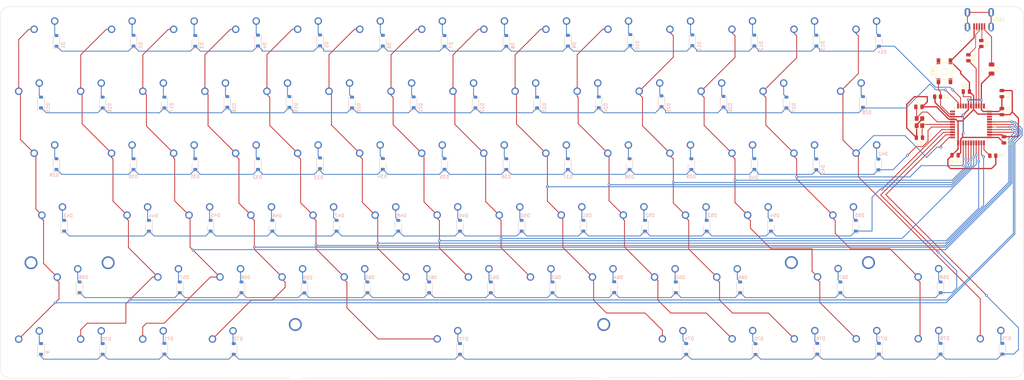
<source format=kicad_pcb>
(kicad_pcb (version 20221018) (generator pcbnew)
  (layers (0 "F.Cu" signal) (31 "B.Cu" signal) (34 "B.Paste" user) (35 "F.Paste" user) (36 "B.SilkS" user "B.Silkscreen") (37 "F.SilkS" user "F.Silkscreen") (38 "B.Mask" user) (39 "F.Mask" user) (44 "Edge.Cuts" user))
  (net 0 "")
  (net 1 "ROW0")
  (net 2 "Net-(D1-A)")
  (net 3 "Net-(D2-A)")
  (net 4 "Net-(D3-A)")
  (net 5 "Net-(D4-A)")
  (net 6 "Net-(D5-A)")
  (net 7 "Net-(D6-A)")
  (net 8 "Net-(D7-A)")
  (net 9 "Net-(D8-A)")
  (net 10 "Net-(D9-A)")
  (net 11 "Net-(D10-A)")
  (net 12 "Net-(D11-A)")
  (net 13 "Net-(D12-A)")
  (net 14 "Net-(D13-A)")
  (net 15 "Net-(D14-A)")
  (net 16 "ROW1")
  (net 17 "Net-(D15-A)")
  (net 18 "Net-(D16-A)")
  (net 19 "Net-(D17-A)")
  (net 20 "Net-(D18-A)")
  (net 21 "Net-(D19-A)")
  (net 22 "Net-(D20-A)")
  (net 23 "Net-(D21-A)")
  (net 24 "Net-(D22-A)")
  (net 25 "Net-(D23-A)")
  (net 26 "Net-(D24-A)")
  (net 27 "Net-(D25-A)")
  (net 28 "Net-(D26-A)")
  (net 29 "Net-(D27-A)")
  (net 30 "Net-(D28-A)")
  (net 31 "ROW2")
  (net 32 "Net-(D29-A)")
  (net 33 "Net-(D30-A)")
  (net 34 "Net-(D31-A)")
  (net 35 "Net-(D32-A)")
  (net 36 "Net-(D33-A)")
  (net 37 "Net-(D34-A)")
  (net 38 "Net-(D35-A)")
  (net 39 "Net-(D36-A)")
  (net 40 "Net-(D37-A)")
  (net 41 "Net-(D38-A)")
  (net 42 "Net-(D39-A)")
  (net 43 "Net-(D40-A)")
  (net 44 "Net-(D41-A)")
  (net 45 "Net-(D42-A)")
  (net 46 "ROW3")
  (net 47 "Net-(D43-A)")
  (net 48 "Net-(D44-A)")
  (net 49 "Net-(D45-A)")
  (net 50 "Net-(D46-A)")
  (net 51 "Net-(D47-A)")
  (net 52 "Net-(D48-A)")
  (net 53 "Net-(D49-A)")
  (net 54 "Net-(D50-A)")
  (net 55 "Net-(D51-A)")
  (net 56 "Net-(D52-A)")
  (net 57 "Net-(D53-A)")
  (net 58 "Net-(D54-A)")
  (net 59 "Net-(D55-A)")
  (net 60 "ROW4")
  (net 61 "Net-(D56-A)")
  (net 62 "Net-(D57-A)")
  (net 63 "Net-(D58-A)")
  (net 64 "Net-(D59-A)")
  (net 65 "Net-(D60-A)")
  (net 66 "Net-(D61-A)")
  (net 67 "Net-(D62-A)")
  (net 68 "Net-(D63-A)")
  (net 69 "Net-(D64-A)")
  (net 70 "Net-(D65-A)")
  (net 71 "Net-(D66-A)")
  (net 72 "Net-(D67-A)")
  (net 73 "Net-(D68-A)")
  (net 74 "ROW5")
  (net 75 "Net-(D69-A)")
  (net 76 "Net-(D70-A)")
  (net 77 "Net-(D71-A)")
  (net 78 "Net-(D72-A)")
  (net 79 "Net-(D73-A)")
  (net 80 "Net-(D74-A)")
  (net 81 "Net-(D75-A)")
  (net 82 "Net-(D76-A)")
  (net 83 "Net-(D77-A)")
  (net 84 "Net-(D78-A)")
  (net 85 "Net-(D79-A)")
  (net 86 "COL0")
  (net 87 "COL1")
  (net 88 "COL2")
  (net 89 "COL3")
  (net 90 "COL4")
  (net 91 "COL5")
  (net 92 "COL6")
  (net 93 "COL7")
  (net 94 "COL8")
  (net 95 "COL9")
  (net 96 "COL10")
  (net 97 "COL11")
  (net 98 "COL12")
  (net 99 "COL13")
  (net 100 "Net-(U1-UCAP)")
  (net 101 "GND")
  (net 102 "+5V")
  (net 103 "Net-(U1-XTAL1)")
  (net 104 "Net-(U1-XTAL2)")
  (net 105 "Net-(USB1-VBUS)")
  (net 106 "Net-(U1-~{HWB}{slash}PE2)")
  (net 107 "Net-(U1-D-)")
  (net 108 "D-")
  (net 109 "D+")
  (net 110 "Net-(U1-D+)")
  (net 111 "Net-(U1-~{RESET})")
  (net 119 "unconnected-(USB1-SHIELD-Pad6)")
  (footprint "PCM_marbastlib-mx:SW_MX_1u" (layer "F.Cu") (at 124.32525 119.829794)
    (fp_text reference "MX33" hide)
    (fp_text value "MX_SW_solder" hide)
  )
  (footprint "PCM_marbastlib-mx:SW_MX_1u" (layer "F.Cu") (at 186.598236 138.978133)
    (fp_text reference "MX50" hide)
    (fp_text value "MX_SW_solder" hide)
  )
  (footprint "Capacitor_SMD:C_0805_2012Metric" (layer "F.Cu") (at 312.386331 102.946988)
    (fp_text reference "C7")
    (fp_text value "22")
  )
  (footprint "PCM_marbastlib-mx:SW_MX_1u" (layer "F.Cu") (at 258.52532 177.219953)
    (fp_text reference "MX75" hide)
    (fp_text value "MX_SW_solder" hide)
  )
  (footprint "PCM_marbastlib-mx:SW_MX_1.5u" (layer "F.Cu") (at 292.017102 100.647368)
    (fp_text reference "MX28" hide)
    (fp_text value "MX_SW_solder" hide)
  )
  (footprint "PCM_marbastlib-mx:SW_MX_1.5u" (layer "F.Cu") (at 42.962636 81.499807)
    (fp_text reference "MX1" hide)
    (fp_text value "MX_SW_solder" hide)
  )
  (footprint "PCM_marbastlib-mx:SW_MX_1u" (layer "F.Cu") (at 167.422277 138.949162)
    (fp_text reference "MX49" hide)
    (fp_text value "MX_SW_solder" hide)
  )
  (footprint "PCM_marbastlib-mx:SW_MX_1u" (layer "F.Cu") (at 76.52227 100.662925)
    (fp_text reference "MX17" hide)
    (fp_text value "MX_SW_solder" hide)
  )
  (footprint "PCM_marbastlib-mx:SW_MX_1.75u" (layer "F.Cu") (at 45.352628 138.991291)
    (fp_text reference "MX43" hide)
    (fp_text value "MX_SW_solder" hide)
  )
  (footprint "PCM_marbastlib-mx:SW_MX_1u" (layer "F.Cu") (at 148.275289 138.978133)
    (fp_text reference "MX48" hide)
    (fp_text value "MX_SW_solder" hide)
  )
  (footprint "PCM_marbastlib-mx:SW_MX_1u" (layer "F.Cu") (at 66.865304 119.833367)
    (fp_text reference "MX30" hide)
    (fp_text value "MX_SW_solder" hide)
  )
  (footprint "PCM_marbastlib-mx:SW_MX_1u" (layer "F.Cu") (at 234.557827 158.11395)
    (fp_text reference "MX65" hide)
    (fp_text value "MX_SW_solder" hide)
  )
  (footprint "PCM_marbastlib-mx:STAB_MX_P_6u" (layer "F.Cu") (at 167.436626 177.244673)
    (fp_text reference "S3" hide)
    (fp_text value "MX_stab")
  )
  (footprint "PCM_marbastlib-mx:SW_MX_1u" (layer "F.Cu") (at 181.857513 81.494383)
    (fp_text reference "MX8" hide)
    (fp_text value "MX_SW_solder" hide)
  )
  (footprint "Capacitor_SMD:C_0805_2012Metric" (layer "F.Cu") (at 337.998831 104.421988 -90)
    (fp_text reference "C5")
    (fp_text value "10uF")
  )
  (footprint "Capacitor_SMD:C_0805_2012Metric" (layer "F.Cu") (at 337.998831 98.853238 90)
    (fp_text reference "C2")
    (fp_text value "0.1uF")
  )
  (footprint "PCM_marbastlib-mx:SW_MX_1u" (layer "F.Cu") (at 229.811387 100.651362)
    (fp_text reference "MX25" hide)
    (fp_text value "MX_SW_solder" hide)
  )
  (footprint "PCM_marbastlib-mx:SW_MX_1u" (layer "F.Cu") (at 143.48525 119.818355)
    (fp_text reference "MX34" hide)
    (fp_text value "MX_SW_solder" hide)
  )
  (footprint "random-keyboard-parts:SKQG-1155865" (layer "F.Cu") (at 320.273831 91.940738 90)
    (fp_text reference "SW1")
    (fp_text value "SW_Push")
  )
  (footprint "Capacitor_SMD:C_0805_2012Metric" (layer "F.Cu") (at 327.042581 98.215738)
    (fp_text reference "C1")
    (fp_text value "1uF")
  )
  (footprint "PCM_marbastlib-mx:SW_MX_1u" (layer "F.Cu") (at 50.075862 158.137965)
    (fp_text reference "MX56" hide)
    (fp_text value "MX_SW_solder" hide)
  )
  (footprint "PCM_marbastlib-mx:SW_MX_1u" (layer "F.Cu") (at 177.069201 158.103189)
    (fp_text reference "MX62" hide)
    (fp_text value "MX_SW_solder" hide)
  )
  (footprint "Resistor_SMD:R_0805_2012Metric" (layer "F.Cu") (at 327.680081 87.778238 -90)
    (fp_text reference "R3")
    (fp_text value "22")
  )
  (footprint "PCM_marbastlib-mx:SW_MX_1.25u" (layer "F.Cu") (at 236.973512 177.235961)
    (fp_text reference "MX74" hide)
    (fp_text value "MX_SW_solder" hide)
  )
  (footprint "Fuse:Fuse_1206_3216Metric" (layer "F.Cu") (at 334.823831 91.259488 -90)
    (fp_text reference "F1")
    (fp_text value "Polyfuse_Small")
  )
  (footprint "PCM_marbastlib-mx:SW_MX_1u" (layer "F.Cu") (at 157.894596 158.099372)
    (fp_text reference "MX61" hide)
    (fp_text value "MX_SW_solder" hide)
  )
  (footprint "PCM_marbastlib-mx:STAB_MX_P_2.25u" (layer "F.Cu") (at 284.90047 158.078951)
    (fp_text reference "S2" hide)
    (fp_text value "MX_stab")
  )
  (footprint "PCM_marbastlib-mx:SW_MX_1u" (layer "F.Cu") (at 114.858576 100.658691)
    (fp_text reference "MX19" hide)
    (fp_text value "MX_SW_solder" hide)
  )
  (footprint "PCM_marbastlib-mx:SW_MX_1u" (layer "F.Cu") (at 315.972956 177.185867)
    (fp_text reference "MX78" hide)
    (fp_text value "MX_SW_solder" hide)
  )
  (footprint "PCM_marbastlib-mx:SW_MX_1u" (layer "F.Cu") (at 105.188142 119.831716)
    (fp_text reference "MX32" hide)
    (fp_text value "MX_SW_solder" hide)
  )
  (footprint "PCM_marbastlib-mx:SW_MX_1u" (layer "F.Cu") (at 258.470286 119.818875)
    (fp_text reference "MX40" hide)
    (fp_text value "MX_SW_solder" hide)
  )
  (footprint "PCM_marbastlib-mx:SW_MX_1u" (layer "F.Cu") (at 124.338944 81.493571)
    (fp_text reference "MX5" hide)
    (fp_text value "MX_SW_solder" hide)
  )
  (footprint "PCM_marbastlib-mx:SW_MX_1u" (layer "F.Cu") (at 57.341469 100.672597)
    (fp_text reference "MX16" hide)
    (fp_text value "MX_SW_solder" hide)
  )
  (footprint "PCM_marbastlib-mx:SW_MX_1u" (layer "F.Cu") (at 244.112875 138.974148)
    (fp_text reference "MX53" hide)
    (fp_text value "MX_SW_solder" hide)
  )
  (footprint "PCM_marbastlib-mx:SW_MX_1u" (layer "F.Cu") (at 335.150714 177.188708)
    (fp_text reference "MX79" hide)
    (fp_text value "MX_SW_solder" hide)
  )
  (footprint "PCM_marbastlib-mx:SW_MX_1u" (layer "F.Cu") (at 172.311668 100.659728)
    (fp_text reference "MX22" hide)
    (fp_text value "MX_SW_solder" hide)
  )
  (footprint "PCM_marbastlib-mx:SW_MX_1u" (layer "F.Cu") (at 129.090645 138.978133)
    (fp_text reference "MX47" hide)
    (fp_text value "MX_SW_solder" hide)
  )
  (footprint "Capacitor_SMD:C_0805_2012Metric" (layer "F.Cu") (at 312.542581 112.471988 180)
    (fp_text reference "C6")
    (fp_text value "22")
  )
  (footprint "PCM_marbastlib-mx:SW_MX_1.5u" (layer "F.Cu") (at 42.960058 119.821902)
    (fp_text reference "MX29" hide)
    (fp_text value "MX_SW_solder" hide)
  )
  (footprint "PCM_marbastlib-mx:SW_MX_1u" (layer "F.Cu") (at 162.654518 119.824082)
    (fp_text reference "MX35" hide)
    (fp_text value "MX_SW_solder" hide)
  )
  (footprint "PCM_marbastlib-mx:SW_MX_1u" (layer "F.Cu") (at 220.168282 81.49082)
    (fp_text reference "MX10" hide)
    (fp_text value "MX_SW_solder" hide)
  )
  (footprint "Resistor_SMD:R_0805_2012Metric" (layer "F.Cu") (at 318.155081 99.803238 180)
    (fp_text reference "R4")
    (fp_text value "10k")
  )
  (footprint "PCM_marbastlib-mx:SW_MX_1u" (layer "F.Cu") (at 119.52267 158.099372)
    (fp_text reference "MX59" hide)
    (fp_text value "MX_SW_solder" hide)
  )
  (footprint "PCM_marbastlib-mx:SW_MX_1u" (layer "F.Cu") (at 109.901146 138.968068)
    (fp_text reference "MX46" hide)
    (fp_text value "MX_SW_solder" hide)
  )
  (footprint "PCM_marbastlib-mx:SW_MX_1u" (layer "F.Cu") (at 215.37931 158.111211)
    (fp_text reference "MX64" hide)
    (fp_text value "MX_SW_solder" hide)
  )
  (footprint "PCM_marbastlib-mx:SW_MX_1u" (layer "F.Cu") (at 224.922233 138.946327)
    (fp_text reference "MX52" hide)
    (fp_text value "MX_SW_solder" hide)
  )
  (footprint "PCM_marbastlib-mx:SW_MX_1u" (layer "F.Cu") (at 38.19778 177.318394)
    (fp_text reference "MX69" hide)
    (fp_text value "MX_SW_solder" hide)
  )
  (footprint "PCM_marbastlib-mx:SW_MX_1u" (layer "F.Cu") (at 210.675981 100.647445)
    (fp_text reference "MX24" hide)
    (fp_text value "MX_SW_solder" hide)
  )
  (footprint "PCM_marbastlib-mx:SW_MX_1u" (layer "F.Cu") (at 205.745225 138.949162)
    (fp_text reference "MX51" hide)
    (fp_text value "MX_SW_solder" hide)
  )
  (footprint "Resistor_SMD:R_0805_2012Metric" (layer "F.Cu") (at 335.216318 118.063894)
    (fp_text reference "R1")
    (fp_text value "10k")
  )
  (footprint "PCM_marbastlib-mx:SW_MX_1u" (layer "F.Cu") (at 201.019194 81.496788)
    (fp_text reference "MX9" hide)
    (fp_text value "MX_SW_solder" hide)
  )
  (footprint "PCM_marbastlib-mx:SW_MX_1u" (layer "F.Cu") (at 138.708633 158.099372)
    (fp_text reference "MX60" hide)
    (fp_text value "MX_SW_solder" hide)
  )
  (footprint "PCM_marbastlib-mx:SW_MX_1u" (layer "F.Cu") (at 57.343052 177.309609)
    (fp_text reference "MX70" hide)
    (fp_text value "MX_SW_solder" hide)
  )
  (footprint "PCM_marbastlib-mx:SW_MX_1u" (layer "F.Cu") (at 296.839173 177.224692)
    (fp_text reference "MX77" hide)
    (fp_text value "MX_SW_solder" hide)
  )
  (footprint "PCM_marbastlib-mx:SW_MX_1u" (layer "F.Cu") (at 66.8753 81.504336)
    (fp_text reference "MX2" hide)
    (fp_text value "MX_SW_solder" hide)
  )
  (footprint "PCM_marbastlib-mx:SW_MX_1u" (layer "F.Cu") (at 167.444169 177.245706)
    (fp_text reference "MX73" hide)
    (fp_text value "MX_SW_solder" hide)
  )
  (footprint "random-keyboard-parts:Molex-0548190589" (layer "F.Cu") (at 331.028766 73.731536 -90)
    (fp_text reference "USB1")
    (fp_text value "Molex-0548190589")
  )
  (footprint "PCM_marbastlib-mx:SW_MX_1u" (layer "F.Cu") (at 100.352165 158.107751)
    (fp_text reference "MX58" hide)
    (fp_text value "MX_SW_solder" hide)
  )
  (footprint "Resistor_SMD:R_0805_2012Metric" (layer "F.Cu") (at 331.648831 83.359488 90)
    (fp_text reference "R2")
    (fp_text value "22")
  )
  (footprint "PCM_marbastlib-mx:SW_MX_1u" (layer "F.Cu") (at 95.693871 100.663276)
    (fp_text reference "MX18" hide)
    (fp_text value "MX_SW_solder" hide)
  )
  (footprint "PCM_marbastlib-mx:SW_MX_1u" (layer "F.Cu") (at 277.70774 177.231355)
    (fp_text reference "MX76" hide)
    (fp_text value "MX_SW_solder" hide)
  )
  (footprint "PCM_marbastlib-mx:SW_MX_1u" (layer "F.Cu") (at 258.45716 81.496718)
    (fp_text reference "MX12" hide)
    (fp_text value "MX_SW_solder" hide)
  )
  (footprint "PCM_marbastlib-mx:SW_MX_1u" (layer "F.Cu") (at 181.809256 119.817868)
    (fp_text reference "MX36" hide)
    (fp_text value "MX_SW_solder" hide)
  )
  (footprint "PCM_marbastlib-mx:SW_MX_1u" (layer "F.Cu") (at 38.198341 100.662427)
    (fp_text reference "MX15" hide)
    (fp_text value "MX_SW_solder" hide)
  )
  (footprint "PCM_marbastlib-mx:SW_MX_1u" (layer "F.Cu") (at 277.617114 81.497068)
    (fp_text reference "MX13" hide)
    (fp_text value "MX_SW_solder" hide)
  )
  (footprint "PCM_marbastlib-mx:SW_MX_1u" (layer "F.Cu") (at 263.297099 138.963464)
    (fp_text reference "MX54" hide)
    (fp_text value "MX_SW_solder" hide)
  )
  (footprint "PCM_marbastlib-mx:SW_MX_1u" (layer "F.Cu") (at 284.889204 158.04134)
    (fp_text reference "MX67" hide)
    (fp_text value "MX_SW_solder" hide)
  )
  (footprint "PCM_marbastlib-mx:SW_MX_1u" (layer "F.Cu") (at 162.681694 81.493234)
    (fp_text reference "MX7" hide)
    (fp_text value "MX_SW_solder" hide)
  )
  (footprint "PCM_marbastlib-mx:SW_MX_1u" (layer "F.Cu") (at 86.03194 119.826014)
    (fp_text reference "MX31" hide)
    (fp_text value "MX_SW_solder" hide)
  )
  (footprint "PCM_marbastlib-mx:SW_MX_1u" (layer "F.Cu") (at 134.021045 100.663065)
    (fp_text reference "MX20" hide)
    (fp_text value "MX_SW_solder" hide)
  )
  (footprint "Capacitor_SMD:C_0805_2012Metric" (layer "F.Cu") (at 338.636331 113.153238 90)
    (fp_text reference "C4")
    (fp_text value "0.1uF")
  )
  (footprint "PCM_marbastlib-mx:SW_MX_1u" (layer "F.Cu") (at 296.775151 81.506442)
    (fp_text reference "MX14" hide)
    (fp_text value "MX_SW_solder" hide)
  )
  (footprint "PCM_marbastlib-mx:SW_MX_1u" (layer "F.Cu") (at 81.180111 158.102519)
    (fp_text reference "MX57" hide)
    (fp_text value "MX_SW_solder" hide)
  )
  (footprint "PCM_marbastlib-mx:SW_MX_1.75u" (layer "F.Cu") (at 289.627867 138.960824)
    (fp_text reference "MX55" hide)
    (fp_text value "MX_SW_solder" hide)
  )
  (footprint "PCM_marbastlib-mx:SW_MX_1u" (layer "F.Cu") (at 86.038064 81.51)
    (fp_text reference "MX3" hide)
    (fp_text value "MX_SW_solder" hide)
  )
  (footprint "PCM_marbastlib-mx:SW_MX_1u" (layer "F.Cu") (at 76.495271 177.295844)
    (fp_text reference "MX71" hide)
    (fp_text value "MX_SW_solder" hide)
  )
  (footprint "Capacitor_SMD:C_0805_2012Metric" (layer "F.Cu") (at 323.555081 117.915738 180)
    (fp_text reference "C3")
    (fp_text value "0.1uF")
  )
  (footprint "PCM_marbastlib-mx:SW_MX_1u" (layer "F.Cu") (at 153.183804 100.647059)
    (fp_text reference "MX21" hide)
    (fp_text value "MX_SW_solder" hide)
  )
  (footprint "PCM_marbastlib-mx:SW_MX_1u" (layer "F.Cu") (at 239.299186 119.820468)
    (fp_text reference "MX39" hide)
    (fp_text value "MX_SW_solder" hide)
  )
  (footprint "PCM_marbastlib-mx:SW_MX_1u" (layer "F.Cu") (at 196.221042 158.111659)
    (fp_text reference "MX63" hide)
    (fp_text value "MX_SW_solder" hide)
  )
  (footprint "PCM_marbastlib-mx:SW_MX_1u" (layer "F.Cu") (at 143.516295 81.490173)
    (fp_text reference "MX6" hide)
    (fp_text value "MX_SW_solder" hide)
  )
  (footprint "PCM_marbastlib-mx:SW_MX_1u" (layer "F.Cu") (at 239.316733 81.504255)
    (fp_text reference "MX11" hide)
    (fp_text value "MX_SW_solder" hide)
  )
  (footprint "PCM_marbastlib-mx:SW_MX_1u" (layer "F.Cu") (at 71.657631 138.984539)
    (fp_text reference "MX44" hide)
    (fp_text value "MX_SW_solder" hide)
  )
  (footprint "Crystal:Crystal_SMD_3225-4Pin_3.2x2.5mm" (layer "F.Cu") (at 312.542581 107.653238 90)
    (fp_text reference "Y1")
    (fp_text value "16MHz")
  )
  (footprint "PCM_marbastlib-mx:SW_MX_1u" (layer "F.Cu") (at 220.125931 119.830715)
    (fp_text reference "MX38" hide)
    (fp_text value "MX_SW_solder" hide)
  )
  (footprint "PCM_marbastlib-mx:SW_MX_1u" (layer "F.Cu") (at 191.505959 100.648136)
    (fp_text reference "MX23" hide)
    (fp_text value "MX_SW_solder" hide)
  )
  (footprint "PCM_marbastlib-mx:SW_MX_1u" (layer "F.Cu") (at 268.074585 100.657648)
    (fp_text reference "MX27" hide)
    (fp_text value "MX_SW_solder" hide)
  )
  (footprint "PCM_marbastlib-mx:SW_MX_1u" (layer "F.Cu") (at 248.939259 100.644793)
    (fp_text reference "MX26" hide)
    (fp_text value "MX_SW_solder" hide)
  )
  (footprint "PCM_marbastlib-mx:SW_MX_1u" (layer "F.Cu") (at 90.794266 138.971647)
    (fp_text reference "MX45" hide)
    (fp_text value "MX_SW_solder" hide)
  )
  (footprint "PCM_marbastlib-mx:SW_MX_1u" (layer "F.Cu") (at 105.200412 81.507742)
    (fp_text reference "MX4" hide)
    (fp_text value "MX_SW_solder" hide)
  )
  (footprint "PCM_marbastlib-mx:STAB_MX_P_2.25u" (layer "F.Cu") (at 50.104238 158.140157)
    (fp_text reference "S1" hide)
    (fp_text value "MX_stab")
  )
  (footprint "PCM_marbastlib-mx:SW_MX_1.25u" (layer "F.Cu") (at 98.028579 177.284244)
    (fp_text reference "MX72" hide)
    (fp_text value "MX_SW_solder" hide)
  )
  (footprint "PCM_marbastlib-mx:SW_MX_1u" (layer "F.Cu") (at 296.791712 119.807157)
    (fp_text reference "MX42" hide)
    (fp_text value "MX_SW_solder" hide)
  )
  (footprint "PCM_marbastlib-mx:SW_MX_1u" (layer "F.Cu") (at 200.982916 119.824055)
    (fp_text reference "MX37" hide)
    (fp_text value "MX_SW_solder" hide)
  )
  (footprint "Package_QFP:TQFP-44_10x10mm_P0.8mm" (layer "F.Cu") (at 328.473831 108.390738 -90)
    (fp_text reference "U1")
    (fp_text value "ATmega32U4-A")
  )
  (footprint "PCM_marbastlib-mx:SW_MX_1u" (layer "F.Cu") (at 277.606604 119.817467)
    (fp_text reference "MX41" hide)
    (fp_text value "MX_SW_solder" hide)
  )
  (footprint "PCM_marbastlib-mx:SW_MX_1u" (layer "F.Cu") (at 253.765103 158.11475)
    (fp_text reference "MX66" hide)
    (fp_text value "MX_SW_solder" hide)
  )
  (footprint "PCM_marbastlib-mx:SW_MX_1u" (layer "F.Cu") (at 315.943826 158.069439)
    (fp_text reference "MX68" hide)
    (fp_text value "MX_SW_solder" hide)
  )
  (footprint "Diode_SMD:D_SOD-123" (layer "B.Cu") (at 223.261235 82.267629 90)
    (fp_text reference "D10")
    (fp_text value "D_Small")
  )
  (footprint "Diode_SMD:D_SOD-123" (layer "B.Cu") (at 257.175 158.75 90)
    (fp_text reference "D66")
    (fp_text value "D_Small")
  )
  (footprint "Diode_SMD:D_SOD-123" (layer "B.Cu") (at 261.574668 120.61297 90)
    (fp_text reference "D40")
    (fp_text value "D_Small")
  )
  (footprint "Diode_SMD:D_SOD-123" (layer "B.Cu") (at 161.13125 158.75 90)
    (fp_text reference "D61")
    (fp_text value "D_Small")
  )
  (footprint "Diode_SMD:D_SOD-123" (layer "B.Cu") (at 88.9 82.55 90)
    (fp_text reference "D3")
    (fp_text value "D_Small")
  )
  (footprint "Diode_SMD:D_SOD-123" (layer "B.Cu") (at 165.89375 82.55 90)
    (fp_text reference "D7")
    (fp_text value "D_Small")
  )
  (footprint "Diode_SMD:D_SOD-123" (layer "B.Cu") (at 41.275 101.6 90)
    (fp_text reference "D15")
    (fp_text value "D_Small")
  )
  (footprint "Diode_SMD:D_SOD-123" (layer "B.Cu") (at 127.436708 120.391854 90)
    (fp_text reference "D33")
    (fp_text value "D_Small")
  )
  (footprint "Diode_SMD:D_SOD-123" (layer "B.Cu") (at 242.414811 82.343485 90)
    (fp_text reference "D11")
    (fp_text value "D_Small")
  )
  (footprint "Diode_SMD:D_SOD-123" (layer "B.Cu") (at 132.55625 139.7 90)
    (fp_text reference "D47")
    (fp_text value "D_Small")
  )
  (footprint "Diode_SMD:D_SOD-123" (layer "B.Cu") (at 69.85 120.65 90)
    (fp_text reference "D30")
    (fp_text value "D_Small")
  )
  (footprint "Diode_SMD:D_SOD-123" (layer "B.Cu") (at 108.279679 82.42825 90)
    (fp_text reference "D4")
    (fp_text value "D_Small")
  )
  (footprint "Diode_SMD:D_SOD-123" (layer "B.Cu") (at 117.973078 101.42865 90)
    (fp_text reference "D19")
    (fp_text value "D_Small")
  )
  (footprint "Diode_SMD:D_SOD-123" (layer "B.Cu") (at 208.75625 139.7 90)
    (fp_text reference "D51")
    (fp_text value "D_Small")
  )
  (footprint "Diode_SMD:D_SOD-123" (layer "B.Cu") (at 53.18125 158.75 90)
    (fp_text reference "D56")
    (fp_text value "D_Small")
  )
  (footprint "Diode_SMD:D_SOD-123" (layer "B.Cu") (at 103.1875 158.75 90)
    (fp_text reference "D58")
    (fp_text value "D_Small")
  )
  (footprint "Diode_SMD:D_SOD-123" (layer "B.Cu") (at 48.41875 139.7 90)
    (fp_text reference "D43")
    (fp_text value "D_Small")
  )
  (footprint "Diode_SMD:D_SOD-123" (layer "B.Cu") (at 338.1375 177.7375 90)
    (fp_text reference "D79")
    (fp_text value "D_Small")
  )
  (footprint "Diode_SMD:D_SOD-123" (layer "B.Cu") (at 100.80625 177.8 90)
    (fp_text reference "D72")
    (fp_text value "D_Small")
  )
  (footprint "Diode_SMD:D_SOD-123" (layer "B.Cu") (at 180.18125 158.75 90)
    (fp_text reference "D62")
    (fp_text value "D_Small")
  )
  (footprint "Diode_SMD:D_SOD-123" (layer "B.Cu") (at 237.33125 158.75 90)
    (fp_text reference "D65")
    (fp_text value "D_Small")
  )
  (footprint "Diode_SMD:D_SOD-123" (layer "B.Cu") (at 189.70625 139.7 90)
    (fp_text reference "D50")
    (fp_text value "D_Small")
  )
  (footprint "Diode_SMD:D_SOD-123" (layer "B.Cu") (at 165.89375 120.5875 90)
    (fp_text reference "D35")
    (fp_text value "D_Small")
  )
  (footprint "Diode_SMD:D_SOD-123" (layer "B.Cu") (at 280.9875 177.7375 90)
    (fp_text reference "D76")
    (fp_text value "D_Small")
  )
  (footprint "Diode_SMD:D_SOD-123" (layer "B.Cu") (at 175.41875 101.6 90)
    (fp_text reference "D22")
    (fp_text value "D_Small")
  )
  (footprint "Diode_SMD:D_SOD-123" (layer "B.Cu") (at 46.0375 82.55 90)
    (fp_text reference "D1")
    (fp_text value "D_Small")
  )
  (footprint "Diode_SMD:D_SOD-123" (layer "B.Cu") (at 184.94375 82.55 90)
    (fp_text reference "D8")
    (fp_text value "D_Small")
  )
  (footprint "Diode_SMD:D_SOD-123" (layer "B.Cu") (at 194.46875 101.6 90)
    (fp_text reference "D23")
    (fp_text value "D_Small")
  )
  (footprint "Diode_SMD:D_SOD-123" (layer "B.Cu") (at 88.9 120.65 90)
    (fp_text reference "D31")
    (fp_text value "D_Small")
  )
  (footprint "Diode_SMD:D_SOD-123" (layer "B.Cu") (at 261.550013 82.42807 90)
    (fp_text reference "D12")
    (fp_text value "D_Small")
  )
  (footprint "Diode_SMD:D_SOD-123" (layer "B.Cu") (at 41.275 177.8 90)
    (fp_text reference "D69")
    (fp_text value "D_Small")
  )
  (footprint "Diode_SMD:D_SOD-123" (layer "B.Cu") (at 142.08125 158.75 90)
    (fp_text reference "D60")
    (fp_text value "D_Small")
  )
  (footprint "Diode_SMD:D_SOD-123" (layer "B.Cu") (at 93.6625 139.7 90)
    (fp_text reference "D45")
    (fp_text value "D_Small")
  )
  (footprint "Diode_SMD:D_SOD-123" (layer "B.Cu") (at 156.36875 101.5375 90)
    (fp_text reference "D21")
    (fp_text value "D_Small")
  )
  (footprint "Diode_SMD:D_SOD-123" (layer "B.Cu") (at 246.85625 139.7 90)
    (fp_text reference "D53")
    (fp_text value "D_Small")
  )
  (footprint "Diode_SMD:D_SOD-123" (layer "B.Cu") (at 146.84375 82.4875 90)
    (fp_text reference "D6")
    (fp_text value "D_Small")
  )
  (footprint "Diode_SMD:D_SOD-123" (layer "B.Cu") (at 112.7125 139.7 90)
    (fp_text reference "D46")
    (fp_text value "D_Small")
  )
  (footprint "Diode_SMD:D_SOD-123" (layer "B.Cu") (at 137.31875 101.6 90)
    (fp_text reference "D20")
    (fp_text value "D_Small")
  )
  (footprint "Diode_SMD:D_SOD-123" (layer "B.Cu") (at 271.4625 101.6 90)
    (fp_text reference "D27")
    (fp_text value "D_Small")
  )
  (footprint "Diode_SMD:D_SOD-123" (layer "B.Cu") (at 74.6125 139.7 90)
    (fp_text reference "D44")
    (fp_text value "D_Small")
  )
  (footprint "Diode_SMD:D_SOD-123" (layer "B.Cu") (at 266.7 139.7 90)
    (fp_text reference "D54")
    (fp_text value "D_Small")
  )
  (footprint "Diode_SMD:D_SOD-123" (layer "B.Cu") (at 84.1375 158.75 90)
    (fp_text reference "D57")
    (fp_text value "D_Small")
  )
  (footprint "Diode_SMD:D_SOD-123" (layer "B.Cu") (at 295.115225 101.432783 90)
    (fp_text reference "D28")
    (fp_text value "D_Small")
  )
  (footprint "Diode_SMD:D_SOD-123" (layer "B.Cu") (at 280.708775 82.458956 90)
    (fp_text reference "D13")
    (fp_text value "D_Small")
  )
  (footprint "Diode_SMD:D_SOD-123" (layer "B.Cu") (at 122.620752 158.818528 90)
    (fp_text reference "D59")
    (fp_text value "D_Small")
  )
  (footprint "Diode_SMD:D_SOD-123" (layer "B.Cu") (at 218.28125 158.6875 90)
    (fp_text reference "D64")
    (fp_text value "D_Small")
  )
  (footprint "Diode_SMD:D_SOD-123" (layer "B.Cu") (at 288.13125 158.75 90)
    (fp_text reference "D67")
    (fp_text value "D_Small")
  )
  (footprint "Diode_SMD:D_SOD-123" (layer "B.Cu") (at 108.291371 120.635356 90)
    (fp_text reference "D32")
    (fp_text value "D_Small")
  )
  (footprint "Diode_SMD:D_SOD-123" (layer "B.Cu") (at 199.23125 158.75 90)
    (fp_text reference "D63")
    (fp_text value "D_Small")
  )
  (footprint "Diode_SMD:D_SOD-123" (layer "B.Cu") (at 261.9375 177.8625 90)
    (fp_text reference "D75")
    (fp_text value "D_Small")
  )
  (footprint "Diode_SMD:D_SOD-123" (layer "B.Cu") (at 300.0375 177.7375 90)
    (fp_text reference "D77")
    (fp_text value "D_Small")
  )
  (footprint "Diode_SMD:D_SOD-123" (layer "B.Cu") (at 300.0375 82.55 90)
    (fp_text reference "D14")
    (fp_text value "D_Small")
  )
  (footprint "Diode_SMD:D_SOD-123" (layer "B.Cu") (at 79.375 177.7375 90)
    (fp_text reference "D71")
    (fp_text value "D_Small")
  )
  (footprint "Diode_SMD:D_SOD-123" (layer "B.Cu") (at 127.432647 82.39068 90)
    (fp_text reference "D5")
    (fp_text value "D_Small")
  )
  (footprint "Diode_SMD:D_SOD-123" (layer "B.Cu") (at 151.60625 139.7 90)
    (fp_text reference "D48")
    (fp_text value "D_Small")
  )
  (footprint "Diode_SMD:D_SOD-123" (layer "B.Cu") (at 319.0875 158.75 90)
    (fp_text reference "D68")
    (fp_text value "D_Small")
  )
  (footprint "Diode_SMD:D_SOD-123" (layer "B.Cu") (at 213.51875 101.5375 90)
    (fp_text reference "D24")
    (fp_text value "D_Small")
  )
  (footprint "Diode_SMD:D_SOD-123" (layer "B.Cu") (at 170.65625 177.8 90)
    (fp_text reference "D73")
    (fp_text value "D_Small")
  )
  (footprint "Diode_SMD:D_SOD-123" (layer "B.Cu") (at 252.047249 101.36642 90)
    (fp_text reference "D26")
    (fp_text value "D_Small")
  )
  (footprint "Diode_SMD:D_SOD-123" (layer "B.Cu") (at 240.50625 177.8 90)
    (fp_text reference "D74")
    (fp_text value "D_Small")
  )
  (footprint "Diode_SMD:D_SOD-123" (layer "B.Cu") (at 227.80625 139.7 90)
    (fp_text reference "D52")
    (fp_text value "D_Small")
  )
  (footprint "Diode_SMD:D_SOD-123" (layer "B.Cu") (at 69.85 82.4875 90)
    (fp_text reference "D2")
    (fp_text value "D_Small")
  )
  (footprint "Diode_SMD:D_SOD-123" (layer "B.Cu") (at 79.375 101.6 90)
    (fp_text reference "D17")
    (fp_text value "D_Small")
  )
  (footprint "Diode_SMD:D_SOD-123" (layer "B.Cu") (at 170.65625 139.7 90)
    (fp_text reference "D49")
    (fp_text value "D_Small")
  )
  (footprint "Diode_SMD:D_SOD-123" (layer "B.Cu") (at 203.99375 82.4875 90)
    (fp_text reference "D9")
    (fp_text value "D_Small")
  )
  (footprint "Diode_SMD:D_SOD-123" (layer "B.Cu") (at 319.0875 177.7375 90)
    (fp_text reference "D78")
    (fp_text value "D_Small")
  )
  (footprint "Diode_SMD:D_SOD-123" (layer "B.Cu") (at 232.906175 101.213355 90)
    (fp_text reference "D25")
    (fp_text value "D_Small")
  )
  (footprint "Diode_SMD:D_SOD-123" (layer "B.Cu") (at 98.790664 101.413686 90)
    (fp_text reference "D18")
    (fp_text value "D_Small")
  )
  (footprint "Diode_SMD:D_SOD-123" (layer "B.Cu") (at 203.99375 120.65 90)
    (fp_text reference "D37")
    (fp_text value "D_Small")
  )
  (footprint "Diode_SMD:D_SOD-123" (layer "B.Cu") (at 60.325 101.6 90)
    (fp_text reference "D16")
    (fp_text value "D_Small")
  )
  (footprint "Diode_SMD:D_SOD-123" (layer "B.Cu") (at 223.04375 120.65 90)
    (fp_text reference "D38")
    (fp_text value "D_Small")
  )
  (footprint "Diode_SMD:D_SOD-123" (layer "B.Cu") (at 184.94375 120.65 90)
    (fp_text reference "D36")
    (fp_text value "D_Small")
  )
  (footprint "Diode_SMD:D_SOD-123" (layer "B.Cu") (at 292.89375 139.7 90)
    (fp_text reference "D55")
    (fp_text value "D_Small")
  )
  (footprint "Diode_SMD:D_SOD-123" (layer "B.Cu") (at 242.09375 120.65 90)
    (fp_text reference "D39")
    (fp_text value "D_Small")
  )
  (footprint "Diode_SMD:D_SOD-123" (layer "B.Cu") (at 280.692839 120.709126 90)
    (fp_text reference "D41")
    (fp_text value "D_Small")
  )
  (footprint "Diode_SMD:D_SOD-123" (layer "B.Cu") (at 46.0375 120.65 90)
    (fp_text reference "D29")
    (fp_text value "D_Small")
  )
  (footprint "Diode_SMD:D_SOD-123" (layer "B.Cu") (at 146.84375 120.5875 90)
    (fp_text reference "D34")
    (fp_text value "D_Small")
  )
  (footprint "Diode_SMD:D_SOD-123" (layer "B.Cu") (at 299.87817 120.753899 90)
    (fp_text reference "D42")
    (fp_text value "D_Small")
  )
  (footprint "Diode_SMD:D_SOD-123" (layer "B.Cu") (at 60.325 177.8 90)
    (fp_text reference "D70")
    (fp_text value "D_Small")
  )
  (gr_line (start 28.659836 75.081292) (end 28.693648 183.81049) (stroke (width 0.1)) (layer "Edge.Cuts"))
  (gr_line (start 344.692687 183.586851) (end 344.788723 74.966404) (stroke (width 0.1)) (layer "Edge.Cuts"))
  (gr_arc (start 341.687532 71.946809) (mid 343.875329 72.802187) (end 344.788723 74.966404) (stroke (width 0.1)) (layer "Edge.Cuts"))
  (gr_arc (start 31.794839 186.830085) (mid 29.607042 185.974707) (end 28.693648 183.81049) (stroke (width 0.1)) (layer "Edge.Cuts"))
  (gr_arc (start 344.692687 183.586851) (mid 343.837309 185.774648) (end 341.673092 186.688042) (stroke (width 0.1)) (layer "Edge.Cuts"))
  (gr_arc (start 28.659836 75.081292) (mid 29.515214 72.893495) (end 31.679431 71.980101) (stroke (width 0.1)) (layer "Edge.Cuts"))
  (gr_line (start 31.794839 186.830085) (end 341.673092 186.688042) (stroke (width 0.1)) (layer "Edge.Cuts"))
  (gr_line (start 31.679431 71.980101) (end 341.687532 71.946809) (stroke (width 0.1)) (layer "Edge.Cuts"))
  (segment (start 325.273831 100.128865) (end 325.273831 102.690738) (width 0.25) (layer "F.Cu") (net 1))
  (segment (start 322.859785 97.714819) (end 325.273831 100.128865) (width 0.25) (layer "F.Cu") (net 1))
  (via (at 322.859785 97.714819) (size 0.8) (drill 0.4) (layers "F.Cu" "B.Cu") (net 1))
  (segment (start 279.092731 85.725) (end 280.708775 84.108956) (width 0.25) (layer "B.Cu") (net 1))
  (segment (start 262.73125 85.259307) (end 262.73125 85.725) (width 0.25) (layer "B.Cu") (net 1))
  (segment (start 71.4375 85.725) (end 87.375 85.725) (width 0.25) (layer "B.Cu") (net 1))
  (segment (start 88.9625 84.2) (end 90.4875 85.725) (width 0.25) (layer "B.Cu") (net 1))
  (segment (start 46.1 84.2) (end 47.625 85.725) (width 0.25) (layer "B.Cu") (net 1))
  (segment (start 203.99375 84.1375) (end 205.58125 85.725) (width 0.25) (layer "B.Cu") (net 1))
  (segment (start 87.375 85.725) (end 88.9 84.2) (width 0.25) (layer "B.Cu") (net 1))
  (segment (start 261.550013 84.07807) (end 262.73125 85.259307) (width 0.25) (layer "B.Cu") (net 1))
  (segment (start 185.00625 84.2) (end 186.53125 85.725) (width 0.25) (layer "B.Cu") (net 1))
  (segment (start 243.68125 85.259924) (end 243.68125 85.725) (width 0.25) (layer "B.Cu") (net 1))
  (segment (start 128.570955 85.725) (end 128.570955 85.178988) (width 0.25) (layer "B.Cu") (net 1))
  (segment (start 127.15932 84.04068) (end 125.475 85.725) (width 0.254) (layer "B.Cu") (net 1))
  (segment (start 90.4875 85.725) (end 106.632929 85.725) (width 0.25) (layer "B.Cu") (net 1))
  (segment (start 46.0375 84.2) (end 46.1 84.2) (width 0.25) (layer "B.Cu") (net 1))
  (segment (start 109.5375 85.336071) (end 108.279679 84.07825) (width 0.25) (layer "B.Cu") (net 1))
  (segment (start 322.019792 96.874826) (end 322.859785 97.714819) (width 0.25) (layer "B.Cu") (net 1))
  (segment (start 186.53125 85.725) (end 202.40625 85.725) (width 0.25) (layer "B.Cu") (net 1))
  (segment (start 109.5375 85.725) (end 109.5375 85.336071) (width 0.25) (layer "B.Cu") (net 1))
  (segment (start 240.683296 85.725) (end 242.414811 83.993485) (width 0.25) (layer "B.Cu") (net 1))
  (segment (start 242.414811 83.993485) (end 243.68125 85.259924) (width 0.25) (layer "B.Cu") (net 1))
  (segment (start 145.25625 85.725) (end 146.84375 84.1375) (width 0.25) (layer "B.Cu") (net 1))
  (segment (start 300.0375 84.2) (end 299.975 84.2) (width 0.25) (layer "B.Cu") (net 1))
  (segment (start 109.5375 85.725) (end 125.475 85.725) (width 0.25) (layer "B.Cu") (net 1))
  (segment (start 127 84.2) (end 127.0625 84.2) (width 0.25) (layer "B.Cu") (net 1))
  (segment (start 224.63125 85.725) (end 240.683296 85.725) (width 0.25) (layer "B.Cu") (net 1))
  (segment (start 148.43125 85.725) (end 164.36875 85.725) (width 0.25) (layer "B.Cu") (net 1))
  (segment (start 165.95625 84.2) (end 167.48125 85.725) (width 0.25) (layer "B.Cu") (net 1))
  (segment (start 69.85 84.1375) (end 71.4375 85.725) (width 0.25) (layer "B.Cu") (net 1))
  (segment (start 184.94375 84.2) (end 185.00625 84.2) (width 0.25) (layer "B.Cu") (net 1))
  (segment (start 205.58125 85.725) (end 221.45625 85.725) (width 0.25) (layer "B.Cu") (net 1))
  (segment (start 243.68125 85.725) (end 259.903083 85.725) (width 0.25) (layer "B.Cu") (net 1))
  (segment (start 88.9 84.2) (end 88.9625 84.2) (width 0.25) (layer "B.Cu") (net 1))
  (segment (start 164.36875 85.725) (end 165.89375 84.2) (width 0.25) (layer "B.Cu") (net 1))
  (segment (start 47.625 85.725) (end 68.2625 85.725) (width 0.25) (layer "B.Cu") (net 1))
  (segment (start 221.45625 85.725) (end 221.45625 85.722614) (width 0.25) (layer "B.Cu") (net 1))
  (segment (start 167.48125 85.725) (end 183.41875 85.725) (width 0.25) (layer "B.Cu") (net 1))
  (segment (start 106.632929 85.725) (end 108.279679 84.07825) (width 0.25) (layer "B.Cu") (net 1))
  (segment (start 128.570955 85.178988) (end 127.432647 84.04068) (width 0.25) (layer "B.Cu") (net 1))
  (segment (start 300.0375 84.2) (end 304.841689 84.2) (width 0.25) (layer "B.Cu") (net 1))
  (segment (start 281.71875 85.725) (end 281.71875 85.118931) (width 0.25) (layer "B.Cu") (net 1))
  (segment (start 259.903083 85.725) (end 261.550013 84.07807) (width 0.25) (layer "B.Cu") (net 1))
  (segment (start 165.89375 84.2) (end 165.95625 84.2) (width 0.25) (layer "B.Cu") (net 1))
  (segment (start 128.570955 85.725) (end 145.25625 85.725) (width 0.25) (layer "B.Cu") (net 1))
  (segment (start 304.841689 84.2) (end 317.516515 96.874826) (width 0.25) (layer "B.Cu") (net 1))
  (segment (start 221.45625 85.722614) (end 223.261235 83.917629) (width 0.25) (layer "B.Cu") (net 1))
  (segment (start 298.45 85.725) (end 281.71875 85.725) (width 0.25) (layer "B.Cu") (net 1))
  (segment (start 223.261235 84.354985) (end 224.63125 85.725) (width 0.25) (layer "B.Cu") (net 1))
  (segment (start 202.40625 85.725) (end 203.99375 84.1375) (width 0.25) (layer "B.Cu") (net 1))
  (segment (start 281.71875 85.118931) (end 280.708775 84.108956) (width 0.25) (layer "B.Cu") (net 1))
  (segment (start 317.516515 96.874826) (end 322.019792 96.874826) (width 0.25) (layer "B.Cu") (net 1))
  (segment (start 68.2625 85.725) (end 69.85 84.1375) (width 0.25) (layer "B.Cu") (net 1))
  (segment (start 223.261235 83.917629) (end 223.261235 84.354985) (width 0.25) (layer "B.Cu") (net 1))
  (segment (start 262.73125 85.725) (end 279.092731 85.725) (width 0.25) (layer "B.Cu") (net 1))
  (segment (start 183.41875 85.725) (end 184.94375 84.2) (width 0.25) (layer "B.Cu") (net 1))
  (segment (start 299.975 84.2) (end 298.45 85.725) (width 0.25) (layer "B.Cu") (net 1))
  (segment (start 146.84375 84.1375) (end 148.43125 85.725) (width 0.25) (layer "B.Cu") (net 1))
  (segment (start 45.502636 76.419807) (end 45.502636 80.365136) (width 0.25) (layer "B.Cu") (net 2))
  (segment (start 45.502636 80.365136) (end 46.0375 80.9) (width 0.25) (layer "B.Cu") (net 2))
  (segment (start 69.4153 80.4028) (end 69.85 80.8375) (width 0.25) (layer "B.Cu") (net 3))
  (segment (start 69.4153 76.424336) (end 69.4153 80.4028) (width 0.25) (layer "B.Cu") (net 3))
  (segment (start 88.578064 80.578064) (end 88.9 80.9) (width 0.25) (layer "B.Cu") (net 4))
  (segment (start 88.578064 76.43) (end 88.578064 80.578064) (width 0.25) (layer "B.Cu") (net 4))
  (segment (start 107.740412 80.238983) (end 108.279679 80.77825) (width 0.254) (layer "B.Cu") (net 5))
  (segment (start 107.740412 76.427742) (end 107.740412 80.238983) (width 0.254) (layer "B.Cu") (net 5))
  (segment (start 126.878944 80.186977) (end 127.432647 80.74068) (width 0.254) (layer "B.Cu") (net 6))
  (segment (start 126.878944 76.413571) (end 126.878944 80.186977) (width 0.254) (layer "B.Cu") (net 6))
  (segment (start 146.056295 80.050045) (end 146.84375 80.8375) (width 0.25) (layer "B.Cu") (net 7))
  (segment (start 146.056295 76.410173) (end 146.056295 80.050045) (width 0.25) (layer "B.Cu") (net 7))
  (segment (start 165.221694 76.413234) (end 165.221694 80.227944) (width 0.25) (layer "B.Cu") (net 8))
  (segment (start 165.221694 80.227944) (end 165.89375 80.9) (width 0.25) (layer "B.Cu") (net 8))
  (segment (start 184.397513 80.353763) (end 184.94375 80.9) (width 0.25) (layer "B.Cu") (net 9))
  (segment (start 184.397513 76.414383) (end 184.397513 80.353763) (width 0.25) (layer "B.Cu") (net 9))
  (segment (start 203.559194 76.416788) (end 203.559194 80.402944) (width 0.25) (layer "B.Cu") (net 10))
  (segment (start 203.559194 80.402944) (end 203.99375 80.8375) (width 0.25) (layer "B.Cu") (net 10))
  (segment (start 222.708282 80.064676) (end 223.261235 80.617629) (width 0.254) (layer "B.Cu") (net 11))
  (segment (start 222.708282 76.41082) (end 222.708282 80.064676) (width 0.254) (layer "B.Cu") (net 11))
  (segment (start 241.856733 76.424255) (end 241.856733 80.135407) (width 0.254) (layer "B.Cu") (net 12))
  (segment (start 241.856733 80.135407) (end 242.414811 80.693485) (width 0.254) (layer "B.Cu") (net 12))
  (segment (start 260.99716 76.416718) (end 260.99716 80.225217) (width 0.254) (layer "B.Cu") (net 13))
  (segment (start 260.99716 80.225217) (end 261.550013 80.77807) (width 0.254) (layer "B.Cu") (net 13))
  (segment (start 280.157114 80.257295) (end 280.708775 80.808956) (width 0.254) (layer "B.Cu") (net 14))
  (segment (start 280.157114 76.417068) (end 280.157114 80.257295) (width 0.254) (layer "B.Cu") (net 14))
  (segment (start 299.315151 76.426442) (end 299.315151 80.177651) (width 0.25) (layer "B.Cu") (net 15))
  (segment (start 299.315151 80.177651) (end 300.0375 80.9) (width 0.25) (layer "B.Cu") (net 15))
  (segment (start 324.473831 101.616942) (end 324.473831 102.690738) (width 0.25) (layer "F.Cu") (net 16))
  (segment (start 320.557923 97.701034) (end 324.473831 101.616942) (width 0.25) (layer "F.Cu") (net 16))
  (via (at 320.557923 97.701034) (size 0.8) (drill 0.4) (layers "F.Cu" "B.Cu") (net 16))
  (segment (start 77.85 104.775) (end 79.375 103.25) (width 0.25) (layer "B.Cu") (net 16))
  (segment (start 194.46875 103.25) (end 194.53125 103.25) (width 0.25) (layer "B.Cu") (net 16))
  (segment (start 232.906175 102.863355) (end 234.15625 104.11343) (width 0.25) (layer "B.Cu") (net 16))
  (segment (start 42.8625 104.775) (end 58.8 104.775) (width 0.25) (layer "B.Cu") (net 16))
  (segment (start 79.4375 103.25) (end 80.9625 104.775) (width 0.25) (layer "B.Cu") (net 16))
  (segment (start 295.115225 103.082783) (end 295.344942 103.3125) (width 0.25) (layer "B.Cu") (net 16))
  (segment (start 100.0125 104.285522) (end 98.790664 103.063686) (width 0.25) (layer "B.Cu") (net 16))
  (segment (start 97.07935 104.775) (end 98.790664 103.063686) (width 0.25) (layer "B.Cu") (net 16))
  (segment (start 116.276728 104.775) (end 117.973078 103.07865) (width 0.25) (layer "B.Cu") (net 16))
  (segment (start 100.0125 104.775) (end 100.0125 104.285522) (width 0.25) (layer "B.Cu") (net 16))
  (segment (start 154.78125 104.775) (end 156.36875 103.1875) (width 0.25) (layer "B.Cu") (net 16))
  (segment (start 271.525 103.25) (end 273.05 104.775) (width 0.25) (layer "B.Cu") (net 16))
  (segment (start 192.94375 104.775) (end 194.46875 103.25) (width 0.25) (layer "B.Cu") (net 16))
  (segment (start 119.0625 104.168072) (end 117.973078 103.07865) (width 0.25) (layer "B.Cu") (net 16))
  (segment (start 58.8 104.775) (end 60.325 103.25) (width 0.25) (layer "B.Cu") (net 16))
  (segment (start 269.9375 104.775) (end 271.4625 103.25) (width 0.25) (layer "B.Cu") (net 16))
  (segment (start 175.48125 103.25) (end 177.00625 104.775) (width 0.25) (layer "B.Cu") (net 16))
  (segment (start 295.344942 103.3125) (end 308.379445 103.3125) (width 0.25) (layer "B.Cu") (net 16))
  (segment (start 41.3375 103.25) (end 42.8625 104.775) (width 0.25) (layer "B.Cu") (net 16))
  (segment (start 234.15625 104.775) (end 250.288669 104.775) (width 0.25) (layer "B.Cu") (net 16))
  (segment (start 173.89375 104.775) (end 175.41875 103.25) (width 0.25) (layer "B.Cu") (net 16))
  (segment (start 253.20625 104.175421) (end 252.047249 103.01642) (width 0.25) (layer "B.Cu") (net 16))
  (segment (start 60.3875 103.25) (end 61.9125 104.775) (width 0.25) (layer "B.Cu") (net 16))
  (segment (start 156.36875 103.1875) (end 157.95625 104.775) (width 0.25) (layer "B.Cu") (net 16))
  (segment (start 137.31875 103.25) (end 137.38125 103.25) (width 0.25) (layer "B.Cu") (net 16))
  (segment (start 196.05625 104.775) (end 211.93125 104.775) (width 0.25) (layer "B.Cu") (net 16))
  (segment (start 317.624475 97.701034) (end 320.557923 97.701034) (width 0.25) (layer "B.Cu") (net 16))
  (segment (start 213.51875 103.1875) (end 215.10625 104.775) (width 0.25) (layer "B.Cu") (net 16))
  (segment (start 138.90625 104.775) (end 154.78125 104.775) (width 0.25) (layer "B.Cu") (net 16))
  (segment (start 194.53125 103.25) (end 196.05625 104.775) (width 0.25) (layer "B.Cu") (net 16))
  (segment (start 230.99453 104.775) (end 232.906175 102.863355) (width 0.25) (layer "B.Cu") (net 16))
  (segment (start 41.275 103.25) (end 41.3375 103.25) (width 0.25) (layer "B.Cu") (net 16))
  (segment (start 135.79375 104.775) (end 137.31875 103.25) (width 0.25) (layer "B.Cu") (net 16))
  (segment (start 177.00625 104.775) (end 192.94375 104.775) (width 0.25) (layer "B.Cu") (net 16))
  (segment (start 61.9125 104.775) (end 77.85 104.775) (width 0.25) (layer "B.Cu") (net 16))
  (segment (start 157.95625 104.775) (end 173.89375 104.775) (width 0.25) (layer "B.Cu") (net 16))
  (segment (start 79.375 103.25) (end 79.4375 103.25) (width 0.25) (layer "B.Cu") (net 16))
  (segment (start 175.41875 103.25) (end 175.48125 103.25) (width 0.25) (layer "B.Cu") (net 16))
  (segment (start 253.20625 104.775) (end 253.20625 104.175421) (width 0.25) (layer "B.Cu") (net 16))
  (segment (start 60.325 103.25) (end 60.3875 103.25) (width 0.25) (layer "B.Cu") (net 16))
  (segment (start 80.9625 104.775) (end 97.07935 104.775) (width 0.25) (layer "B.Cu") (net 16))
  (segment (start 295.115225 103.472275) (end 295.115225 103.082783) (width 0.25) (layer "B.Cu") (net 16))
  (segment (start 215.10625 104.775) (end 230.99453 104.775) (width 0.25) (layer "B.Cu") (net 16))
  (segment (start 250.288669 104.775) (end 252.047249 103.01642) (width 0.25) (layer "B.Cu") (net 16))
  (segment (start 211.93125 104.775) (end 213.51875 103.1875) (width 0.25) (layer "B.Cu") (net 16))
  (segment (start 137.38125 103.25) (end 138.90625 104.775) (width 0.25) (layer "B.Cu") (net 16))
  (segment (start 293.8125 104.775) (end 295.115225 103.472275) (width 0.25) (layer "B.Cu") (net 16))
  (segment (start 98.425 103.25) (end 98.4875 103.25) (width 0.25) (layer "B.Cu") (net 16))
  (segment (start 100.0125 104.775) (end 116.276728 104.775) (width 0.25) (layer "B.Cu") (net 16))
  (segment (start 119.0625 104.775) (end 135.79375 104.775) (width 0.25) (layer "B.Cu") (net 16))
  (segment (start 117.475 103.25) (end 117.5375 103.25) (width 0.25) (layer "B.Cu") (net 16))
  (segment (start 308.379445 103.3125) (end 315.807693 95.884252) (width 0.25) (layer "B.Cu") (net 16))
  (segment (start 119.0625 104.775) (end 119.0625 104.168072) (width 0.25) (layer "B.Cu") (net 16))
  (segment (start 234.15625 104.11343) (end 234.15625 104.775) (width 0.25) (layer "B.Cu") (net 16))
  (segment (start 253.20625 104.775) (end 269.9375 104.775) (width 0.25) (layer "B.Cu") (net 16))
  (segment (start 315.807693 95.884252) (end 317.624475 97.701034) (width 0.25) (layer "B.Cu") (net 16))
  (segment (start 271.4625 103.25) (end 271.525 103.25) (width 0.25) (layer "B.Cu") (net 16))
  (segment (start 273.05 104.775) (end 293.8125 104.775) (width 0.25) (layer "B.Cu") (net 16))
  (segment (start 40.738341 99.413341) (end 41.275 99.95) (width 0.25) (layer "B.Cu") (net 17))
  (segment (start 40.738341 95.582427) (end 40.738341 99.413341) (width 0.25) (layer "B.Cu") (net 17))
  (segment (start 59.881469 99.506469) (end 60.325 99.95) (width 0.25) (layer "B.Cu") (net 18))
  (segment (start 59.881469 95.592597) (end 59.881469 99.506469) (width 0.25) (layer "B.Cu") (net 18))
  (segment (start 79.06227 95.582925) (end 79.06227 99.63727) (width 0.25) (layer "B.Cu") (net 19))
  (segment (start 79.06227 99.63727) (end 79.375 99.95) (width 0.25) (layer "B.Cu") (net 19))
  (segment (start 98.233871 99.206893) (end 98.790664 99.763686) (width 0.254) (layer "B.Cu") (net 20))
  (segment (start 98.233871 95.583276) (end 98.233871 99.206893) (width 0.254) (layer "B.Cu") (net 20))
  (segment (start 117.398576 99.204148) (end 117.973078 99.77865) (width 0.254) (layer "B.Cu") (net 21))
  (segment (start 117.398576 95.578691) (end 117.398576 99.204148) (width 0.254) (layer "B.Cu") (net 21))
  (segment (start 136.561045 95.583065) (end 136.561045 99.192295) (width 0.25) (layer "B.Cu") (net 22))
  (segment (start 136.561045 99.192295) (end 137.31875 99.95) (width 0.25) (layer "B.Cu") (net 22))
  (segment (start 155.723804 99.242554) (end 156.36875 99.8875) (width 0.25) (layer "B.Cu") (net 23))
  (segment (start 155.723804 95.567059) (end 155.723804 99.242554) (width 0.25) (layer "B.Cu") (net 23))
  (segment (start 174.851668 95.579728) (end 174.851668 99.382918) (width 0.25) (layer "B.Cu") (net 24))
  (segment (start 174.851668 99.382918) (end 175.41875 99.95) (width 0.25) (layer "B.Cu") (net 24))
  (segment (start 194.045959 99.527209) (end 194.46875 99.95) (width 0.25) (layer "B.Cu") (net 25))
  (segment (start 194.045959 95.568136) (end 194.045959 99.527209) (width 0.25) (layer "B.Cu") (net 25))
  (segment (start 213.215981 95.567445) (end 213.215981 99.584731) (width 0.25) (layer "B.Cu") (net 26))
  (segment (start 213.215981 99.584731) (end 213.51875 99.8875) (width 0.25) (layer "B.Cu") (net 26))
  (segment (start 232.351387 99.008567) (end 232.906175 99.563355) (width 0.254) (layer "B.Cu") (net 27))
  (segment (start 232.351387 95.571362) (end 232.351387 99.008567) (width 0.254) (layer "B.Cu") (net 27))
  (segment (start 251.479259 95.564793) (end 251.479259 99.14843) (width 0.254) (layer "B.Cu") (net 28))
  (segment (start 251.479259 99.14843) (end 252.047249 99.71642) (width 0.254) (layer "B.Cu") (net 28))
  (segment (start 270.614585 99.102085) (end 271.4625 99.95) (width 0.25) (layer "B.Cu") (net 29))
  (segment (start 270.614585 95.577648) (end 270.614585 99.102085) (width 0.25) (layer "B.Cu") (net 29))
  (segment (start 294.557102 99.22466) (end 295.115225 99.782783) (width 0.254) (layer "B.Cu") (net 30))
  (segment (start 294.557102 95.567368) (end 294.557102 99.22466) (width 0.254) (layer "B.Cu") (net 30))
  (segment (start 316.280508 109.190738) (end 322.773831 109.190738) (width 0.25) (layer "F.Cu") (net 31))
  (segment (start 308.883552 117.906933) (end 311.569145 115.22134) (width 0.25) (layer "F.Cu") (net 31))
  (segment (start 311.569145 115.22134) (end 313.548003 115.22134) (width 0.25) (layer "F.Cu") (net 31))
  (segment (start 315.197052 113.572291) (end 315.197052 110.274194) (width 0.25) (layer "F.Cu") (net 31))
  (segment (start 315.197052 110.274194) (end 316.280508 109.190738) (width 0.25) (layer "F.Cu") (net 31))
  (segment (start 313.548003 115.22134) (end 315.197052 113.572291) (width 0.25) (layer "F.Cu") (net 31))
  (via (at 308.883552 117.906933) (size 0.8) (drill 0.4) (layers "F.Cu" "B.Cu") (net 31))
  (segment (start 127 122.3) (end 127.0625 122.3) (width 0.25) (layer "B.Cu") (net 31))
  (segment (start 262.73125 123.419552) (end 261.574668 122.26297) (width 0.25) (layer "B.Cu") (net 31))
  (segment (start 109.5375 123.825) (end 125.653562 123.825) (width 0.25) (layer "B.Cu") (net 31))
  (segment (start 202.46875 123.825) (end 203.99375 122.3) (width 0.25) (layer "B.Cu") (net 31))
  (segment (start 46.1 122.3) (end 47.625 123.825) (width 0.25) (layer "B.Cu") (net 31))
  (segment (start 242.09375 122.3) (end 242.15625 122.3) (width 0.25) (layer "B.Cu") (net 31))
  (segment (start 221.51875 123.825) (end 223.04375 122.3) (width 0.25) (layer "B.Cu") (net 31))
  (segment (start 87.375 123.825) (end 88.9 122.3) (width 0.25) (layer "B.Cu") (net 31))
  (segment (start 165.89375 122.2375) (end 167.48125 123.825) (width 0.25) (layer "B.Cu") (net 31))
  (segment (start 260.012638 123.825) (end 261.574668 122.26297) (width 0.25) (layer "B.Cu") (net 31))
  (segment (start 242.15625 122.3) (end 243.68125 123.825) (width 0.25) (layer "B.Cu") (net 31))
  (segment (start 223.10625 122.3) (end 224.63125 123.825) (width 0.25) (layer "B.Cu") (net 31))
  (segment (start 183.41875 123.825) (end 184.94375 122.3) (width 0.25) (layer "B.Cu") (net 31))
  (segment (start 184.94375 122.3) (end 185.00625 122.3) (width 0.25) (layer "B.Cu") (net 31))
  (segment (start 68.325 123.825) (end 69.85 122.3) (width 0.25) (layer "B.Cu") (net 31))
  (segment (start 243.68125 123.825) (end 260.012638 123.825) (width 0.25) (layer "B.Cu") (net 31))
  (segment (start 125.653562 123.825) (end 127.436708 122.041854) (width 0.25) (layer "B.Cu") (net 31))
  (segment (start 47.625 123.825) (end 68.325 123.825) (width 0.25) (layer "B.Cu") (net 31))
  (segment (start 69.85 122.3) (end 69.9125 122.3) (width 0.25) (layer "B.Cu") (net 31))
  (segment (start 203.99375 122.3) (end 204.05625 122.3) (width 0.25) (layer "B.Cu") (net 31))
  (segment (start 299.87817 122.403899) (end 304.386586 122.403899) (width 0.25) (layer "B.Cu") (net 31))
  (segment (start 185.00625 122.3) (end 186.53125 123.825) (width 0.25) (layer "B.Cu") (net 31))
  (segment (start 71.4375 123.825) (end 87.375 123.825) (width 0.25) (layer "B.Cu") (net 31))
  (segment (start 106.751727 123.825) (end 108.291371 122.285356) (width 0.25) (layer "B.Cu") (net 31))
  (segment (start 205.58125 123.825) (end 221.51875 123.825) (width 0.25) (layer "B.Cu") (net 31))
  (segment (start 262.73125 123.825) (end 279.4625 123.825) (width 0.25) (layer "B.Cu") (net 31))
  (segment (start 88.9625 122.3) (end 90.4875 123.825) (width 0.25) (layer "B.Cu") (net 31))
  (segment (start 224.63125 123.825) (end 240.56875 123.825) (width 0.25) (layer "B.Cu") (net 31))
  (segment (start 279.4625 123.825) (end 280.692839 122.594661) (width 0.25) (layer "B.Cu") (net 31))
  (segment (start 109.5375 123.531485) (end 108.291371 122.285356) (width 0.25) (layer "B.Cu") (net 31))
  (segment (start 46.0375 122.3) (end 46.1 122.3) (width 0.25) (layer "B.Cu") (net 31))
  (segment (start 145.25625 123.825) (end 146.84375 122.2375) (width 0.25) (layer "B.Cu") (net 31))
  (segment (start 304.386586 122.403899) (end 308.883552 117.906933) (width 0.25) (layer "B.Cu") (net 31))
  (segment (start 127.436708 122.674208) (end 127.436708 122.041854) (width 0.25) (layer "B.Cu") (net 31))
  (segment (start 204.05625 122.3) (end 205.58125 123.825) (width 0.25) (layer "B.Cu") (net 31))
  (segment (start 69.9125 122.3) (end 71.4375 123.825) (width 0.25) (layer "B.Cu") (net 31))
  (segment (start 186.53125 123.825) (end 202.46875 123.825) (width 0.25) (layer "B.Cu") (net 31))
  (segment (start 146.84375 122.2375) (end 148.43125 123.825) (width 0.25) (layer "B.Cu") (net 31))
  (segment (start 298.575 123.707069) (end 299.87817 122.403899) (width 0.25) (layer "B.Cu") (net 31))
  (segment (start 261.14375 122.3) (end 261.20625 122.3) (width 0.25) (layer "B.Cu") (net 31))
  (segment (start 240.56875 123.825) (end 242.09375 122.3) (width 0.25) (layer "B.Cu") (net 31))
  (segment (start 90.4875 123.825) (end 106.751727 123.825) (width 0.25) (layer "B.Cu") (net 31))
  (segment (start 280.692839 122.594661) (end 280.692839 122.359126) (width 0.25) (layer "B.Cu") (net 31))
  (segment (start 128.5875 123.825) (end 127.436708 122.674208) (width 0.25) (layer "B.Cu") (net 31))
  (segment (start 88.9 122.3) (end 88.9625 122.3) (width 0.25) (layer "B.Cu") (net 31))
  (segment (start 262.73125 123.825) (end 262.73125 123.419552) (width 0.25) (layer "B.Cu") (net 31))
  (segment (start 164.30625 123.825) (end 165.89375 122.2375) (width 0.25) (layer "B.Cu") (net 31))
  (segment (start 282.158713 123.825) (end 280.692839 122.359126) (width 0.25) (layer "B.Cu") (net 31))
  (segment (start 167.48125 123.825) (end 183.41875 123.825) (width 0.25) (layer "B.Cu") (net 31))
  (segment (start 298.575 123.825) (end 282.158713 123.825) (width 0.25) (layer "B.Cu") (net 31))
  (segment (start 109.5375 123.825) (end 109.5375 123.531485) (width 0.25) (layer "B.Cu") (net 31))
  (segment (start 280.9875 122.3) (end 281.05 122.3) (width 0.25) (layer "B.Cu") (net 31))
  (segment (start 298.575 123.825) (end 298.575 123.707069) (width 0.25) (layer "B.Cu") (net 31))
  (segment (start 148.43125 123.825) (end 164.30625 123.825) (width 0.25) (layer "B.Cu") (net 31))
  (segment (start 223.04375 122.3) (end 223.10625 122.3) (width 0.25) (layer "B.Cu") (net 31))
  (segment (start 128.5875 123.825) (end 145.25625 123.825) (width 0.25) (layer "B.Cu") (net 31))
  (segment (start 45.500058 118.462558) (end 46.0375 119) (width 0.25) (layer "B.Cu") (net 32))
  (segment (start 45.500058 114.741902) (end 45.500058 118.462558) (width 0.25) (layer "B.Cu") (net 32))
  (segment (start 69.405304 114.753367) (end 69.405304 118.555304) (width 0.25) (layer "B.Cu") (net 33))
  (segment (start 69.405304 118.555304) (end 69.85 119) (width 0.25) (layer "B.Cu") (net 33))
  (segment (start 88.57194 118.67194) (end 88.9 119) (width 0.25) (layer "B.Cu") (net 34))
  (segment (start 88.57194 114.746014) (end 88.57194 118.67194) (width 0.25) (layer "B.Cu") (net 34))
  (segment (start 107.728142 114.751716) (end 107.728142 118.422127) (width 0.254) (layer "B.Cu") (net 35))
  (segment (start 107.728142 118.422127) (end 108.291371 118.985356) (width 0.254) (layer "B.Cu") (net 35))
  (segment (start 126.86525 114.749794) (end 126.86525 118.170396) (width 0.254) (layer "B.Cu") (net 36))
  (segment (start 126.86525 118.170396) (end 127.436708 118.741854) (width 0.254) (layer "B.Cu") (net 36))
  (segment (start 146.02525 114.738355) (end 146.02525 118.119) (width 0.25) (layer "B.Cu") (net 37))
  (segment (start 146.02525 118.119) (end 146.84375 118.9375) (width 0.25) (layer "B.Cu") (net 37))
  (segment (start 165.194518 114.744082) (end 165.194518 118.238268) (width 0.25) (layer "B.Cu") (net 38))
  (segment (start 165.194518 118.238268) (end 165.89375 118.9375) (width 0.25) (layer "B.Cu") (net 38))
  (segment (start 184.349256 118.405506) (end 184.94375 119) (width 0.25) (layer "B.Cu") (net 39))
  (segment (start 184.349256 114.737868) (end 184.349256 118.405506) (width 0.25) (layer "B.Cu") (net 39))
  (segment (start 203.522916 114.744055) (end 203.522916 118.529166) (width 0.25) (layer "B.Cu") (net 40))
  (segment (start 203.522916 118.529166) (end 203.99375 119) (width 0.25) (layer "B.Cu") (net 40))
  (segment (start 222.665931 118.622181) (end 223.04375 119) (width 0.25) (layer "B.Cu") (net 41))
  (segment (start 222.665931 114.750715) (end 222.665931 118.622181) (width 0.25) (layer "B.Cu") (net 41))
  (segment (start 241.839186 118.745436) (end 242.09375 119) (width 0.25) (layer "B.Cu") (net 42))
  (segment (start 241.839186 114.740468) (end 241.839186 118.745436) (width 0.25) (layer "B.Cu") (net 42))
  (segment (start 261.010286 114.738875) (end 261.010286 118.398588) (width 0.254) (layer "B.Cu") (net 43))
  (segment (start 261.010286 118.398588) (end 261.574668 118.96297) (width 0.254) (layer "B.Cu") (net 43))
  (segment (start 280.146604 114.737467) (end 280.146604 118.512891) (width 0.254) (layer "B.Cu") (net 44))
  (segment (start 280.146604 118.512891) (end 280.692839 119.059126) (width 0.254) (layer "B.Cu") (net 44))
  (segment (start 299.331712 114.727157) (end 299.331712 118.557441) (width 0.254) (layer "B.Cu") (net 45))
  (segment (start 299.331712 118.557441) (end 299.87817 119.103899) (width 0.254) (layer "B.Cu") (net 45))
  (segment (start 319.415001 109.990738) (end 322.773831 109.990738) (width 0.25) (layer "F.Cu") (net 46))
  (segment (start 300.987318 128.418421) (end 319.415001 109.990738) (width 0.25) (layer "F.Cu") (net 46))
  (via (at 300.987318 128.418421) (size 0.8) (drill 0.4) (layers "F.Cu" "B.Cu") (net 46))
  (segment (start 111.1875 142.875) (end 112.7125 141.35) (width 0.25) (layer "B.Cu") (net 46))
  (segment (start 150.08125 142.875) (end 151.60625 141.35) (width 0.25) (layer "B.Cu") (net 46))
  (segment (start 227.80625 141.35) (end 227.86875 141.35) (width 0.25) (layer "B.Cu") (net 46))
  (segment (start 189.70625 141.35) (end 189.76875 141.35) (width 0.25) (layer "B.Cu") (net 46))
  (segment (start 229.39375 142.875) (end 245.33125 142.875) (width 0.25) (layer "B.Cu") (net 46))
  (segment (start 74.6125 141.35) (end 74.675 141.35) (width 0.25) (layer "B.Cu") (net 46))
  (segment (start 266.7 141.35) (end 266.7625 141.35) (width 0.25) (layer "B.Cu") (net 46))
  (segment (start 48.41875 141.35) (end 48.48125 141.35) (width 0.25) (layer "B.Cu") (net 46))
  (segment (start 172.24375 142.875) (end 188.18125 142.875) (width 0.25) (layer "B.Cu") (net 46))
  (segment (start 112.775 141.35) (end 114.3 142.875) (width 0.25) (layer "B.Cu") (net 46))
  (segment (start 170.65625 141.35) (end 170.71875 141.35) (width 0.25) (layer "B.Cu") (net 46))
  (segment (start 153.19375 142.875) (end 169.13125 142.875) (width 0.25) (layer "B.Cu") (net 46))
  (segment (start 248.44375 142.875) (end 265.175 142.875) (width 0.25) (layer "B.Cu") (net 46))
  (segment (start 246.91875 141.35) (end 248.44375 142.875) (width 0.25) (layer "B.Cu") (net 46))
  (segment (start 297.923366 141.351838) (end 292.895588 141.351838) (width 0.25) (layer "B.Cu") (net 46))
  (segment (start 189.76875 141.35) (end 191.29375 142.875) (width 0.25) (layer "B.Cu") (net 46))
  (segment (start 297.923366 130.882069) (end 297.923366 141.351838) (width 0.25) (layer "B.Cu") (net 46))
  (segment (start 292.895588 141.351838) (end 292.89375 141.35) (width 0.25) (layer "B.Cu") (net 46))
  (segment (start 48.48125 141.35) (end 50.00625 142.875) (width 0.25) (layer "B.Cu") (net 46))
  (segment (start 131.03125 142.875) (end 132.55625 141.35) (width 0.25) (layer "B.Cu") (net 46))
  (segment (start 268.2875 142.875) (end 291.36875 142.875) (width 0.25) (layer "B.Cu") (net 46))
  (segment (start 226.28125 142.875) (end 227.80625 141.35) (width 0.25) (layer "B.Cu") (net 46))
  (segment (start 74.675 141.35) (end 76.2 142.875) (width 0.25) (layer "B.Cu") (net 46))
  (segment (start 93.725 141.35) (end 95.25 142.875) (width 0.25) (layer "B.Cu") (net 46))
  (segment (start 210.34375 142.875) (end 226.28125 142.875) (width 0.25) (layer "B.Cu") (net 46))
  (segment (start 208.75625 141.35) (end 208.81875 141.35) (width 0.25) (layer "B.Cu") (net 46))
  (segment (start 93.6625 141.35) (end 93.725 141.35) (width 0.25) (layer "B.Cu") (net 46))
  (segment (start 291.36875 142.875) (end 292.89375 141.35) (width 0.25) (layer "B.Cu") (net 46))
  (segment (start 265.175 142.875) (end 266.7 141.35) (width 0.25) (layer "B.Cu") (net 46))
  (segment (start 207.23125 142.875) (end 208.75625 141.35) (width 0.25) (layer "B.Cu") (net 46))
  (segment (start 151.66875 141.35) (end 153.19375 142.875) (width 0.25) (layer "B.Cu") (net 46))
  (segment (start 92.1375 142.875) (end 93.6625 141.35) (width 0.25) (layer "B.Cu") (net 46))
  (segment (start 188.18125 142.875) (end 189.70625 141.35) (width 0.25) (layer "B.Cu") (net 46))
  (segment (start 112.7125 141.35) (end 112.775 141.35) (width 0.25) (layer "B.Cu") (net 46))
  (segment (start 266.7625 141.35) (end 268.2875 142.875) (width 0.25) (layer "B.Cu") (net 46))
  (segment (start 134.14375 142.875) (end 150.08125 142.875) (width 0.25) (layer "B.Cu") (net 46))
  (segment (start 227.86875 141.35) (end 229.39375 142.875) (width 0.25) (layer "B.Cu") (net 46))
  (segment (start 191.29375 142.875) (end 207.23125 142.875) (width 0.25) (layer "B.Cu") (net 46))
  (segment (start 73.0875 142.875) (end 74.6125 141.35) (width 0.25) (layer "B.Cu") (net 46))
  (segment (start 169.13125 142.875) (end 170.65625 141.35) (width 0.25) (layer "B.Cu") (net 46))
  (segment (start 50.00625 142.875) (end 73.0875 142.875) (width 0.25) (layer "B.Cu") (net 46))
  (segment (start 95.25 142.875) (end 111.1875 142.875) (width 0.25) (layer "B.Cu") (net 46))
  (segment (start 151.60625 141.35) (end 151.66875 141.35) (width 0.25) (layer "B.Cu") (net 46))
  (segment (start 170.71875 141.35) (end 172.24375 142.875) (width 0.25) (layer "B.Cu") (net 46))
  (segment (start 208.81875 141.35) (end 210.34375 142.875) (width 0.25) (layer "B.Cu") (net 46))
  (segment (start 132.61875 141.35) (end 134.14375 142.875) (width 0.25) (layer "B.Cu") (net 46))
  (segment (start 114.3 142.875) (end 131.03125 142.875) (width 0.25) (layer "B.Cu") (net 46))
  (segment (start 132.55625 141.35) (end 132.61875 141.35) (width 0.25) (layer "B.Cu") (net 46))
  (segment (start 76.2 142.875) (end 92.1375 142.875) (width 0.25) (layer "B.Cu") (net 46))
  (segment (start 300.387014 128.418421) (end 297.923366 130.882069) (width 0.25) (layer "B.Cu") (net 46))
  (segment (start 300.987318 128.418421) (end 300.387014 128.418421) (width 0.25) (layer "B.Cu") (net 46))
  (segment (start 245.33125 142.875) (end 246.85625 141.35) (width 0.25) (layer "B.Cu") (net 46))
  (segment (start 246.85625 141.35) (end 246.91875 141.35) (width 0.25) (layer "B.Cu") (net 46))
  (segment (start 47.892628 133.911291) (end 47.892628 137.523878) (width 0.25) (layer "B.Cu") (net 47))
  (segment (start 47.892628 137.523878) (end 48.41875 138.05) (width 0.25) (layer "B.Cu") (net 47))
  (segment (start 74.197631 133.904539) (end 74.197631 137.635131) (width 0.25) (layer "B.Cu") (net 48))
  (segment (start 74.197631 137.635131) (end 74.6125 138.05) (width 0.25) (layer "B.Cu") (net 48))
  (segment (start 93.334266 133.891647) (end 93.334266 137.721766) (width 0.25) (layer "B.Cu") (net 49))
  (segment (start 93.334266 137.721766) (end 93.6625 138.05) (width 0.25) (layer "B.Cu") (net 49))
  (segment (start 112.441146 137.778646) (end 112.7125 138.05) (width 0.25) (layer "B.Cu") (net 50))
  (segment (start 112.441146 133.888068) (end 112.441146 137.778646) (width 0.25) (layer "B.Cu") (net 50))
  (segment (start 131.630645 137.124395) (end 132.55625 138.05) (width 0.25) (layer "B.Cu") (net 51))
  (segment (start 131.630645 133.898133) (end 131.630645 137.124395) (width 0.25) (layer "B.Cu") (net 51))
  (segment (start 150.815289 133.898133) (end 150.815289 137.259039) (width 0.25) (layer "B.Cu") (net 52))
  (segment (start 150.815289 137.259039) (end 151.60625 138.05) (width 0.25) (layer "B.Cu") (net 52))
  (segment (start 169.962277 133.869162) (end 169.962277 137.356027) (width 0.25) (layer "B.Cu") (net 53))
  (segment (start 169.962277 137.356027) (end 170.65625 138.05) (width 0.25) (layer "B.Cu") (net 53))
  (segment (start 189.138236 137.481986) (end 189.70625 138.05) (width 0.25) (layer "B.Cu") (net 54))
  (segment (start 189.138236 133.898133) (end 189.138236 137.481986) (width 0.25) (layer "B.Cu") (net 54))
  (segment (start 208.285225 137.578975) (end 208.75625 138.05) (width 0.25) (layer "B.Cu") (net 55))
  (segment (start 208.285225 133.869162) (end 208.285225 137.578975) (width 0.25) (layer "B.Cu") (net 55))
  (segment (start 227.462233 137.705983) (end 227.80625 138.05) (width 0.25) (layer "B.Cu") (net 56))
  (segment (start 227.462233 133.866327) (end 227.462233 137.705983) (width 0.25) (layer "B.Cu") (net 56))
  (segment (start 246.652875 133.894148) (end 246.652875 137.846625) (width 0.25) (layer "B.Cu") (net 57))
  (segment (start 246.652875 137.846625) (end 246.85625 138.05) (width 0.25) (layer "B.Cu") (net 57))
  (segment (start 265.837099 133.883464) (end 265.837099 137.187099) (width 0.25) (layer "B.Cu") (net 58))
  (segment (start 265.837099 137.187099) (end 266.7 138.05) (width 0.25) (layer "B.Cu") (net 58))
  (segment (start 292.167867 133.880824) (end 292.167867 137.324117) (width 0.25) (layer "B.Cu") (net 59))
  (segment (start 292.167867 137.324117) (end 292.89375 138.05) (width 0.25) (layer "B.Cu") (net 59))
  (segment (start 300.589972 130.201732) (end 320.000966 110.790738) (width 0.25) (layer "F.Cu") (net 60))
  (segment (start 320.000966 110.790738) (end 322.773831 110.790738) (width 0.25) (layer "F.Cu") (net 60))
  (segment (start 318.225837 147.837597) (end 300.589972 130.201732) (width 0.25) (layer "F.Cu") (net 60))
  (segment (start 318.298119 147.837597) (end 318.225837 147.837597) (width 0.25) (layer "F.Cu") (net 60))
  (via (at 318.298119 147.837597) (size 0.8) (drill 0.4) (layers "F.Cu" "B.Cu") (net 60))
  (segment (start 288.13125 160.4) (end 288.19375 160.4) (width 0.25) (layer "B.Cu") (net 60))
  (segment (start 237.39375 160.4) (end 238.91875 161.925) (width 0.25) (layer "B.Cu") (net 60))
  (segment (start 84.1375 160.4) (end 84.2 160.4) (width 0.25) (layer "B.Cu") (net 60))
  (segment (start 255.65 161.925) (end 257.175 160.4) (width 0.25) (layer "B.Cu") (net 60))
  (segment (start 317.5625 161.925) (end 319.0875 160.4) (width 0.25) (layer "B.Cu") (net 60))
  (segment (start 289.71875 161.925) (end 317.5625 161.925) (width 0.25) (layer "B.Cu") (net 60))
  (segment (start 324.06171 153.661008) (end 324.06171 158.966009) (width 0.25) (layer "B.Cu") (net 60))
  (segment (start 258.7625 161.925) (end 286.60625 161.925) (width 0.25) (layer "B.Cu") (net 60))
  (segment (start 235.80625 161.925) (end 237.33125 160.4) (width 0.25) (layer "B.Cu") (net 60))
  (segment (start 218.28125 160.3375) (end 219.86875 161.925) (width 0.25) (layer "B.Cu") (net 60))
  (segment (start 199.29375 160.4) (end 200.81875 161.925) (width 0.25) (layer "B.Cu") (net 60))
  (segment (start 85.725 161.925) (end 101.6625 161.925) (width 0.25) (layer "B.Cu") (net 60))
  (segment (start 123.825 161.925) (end 123.825 161.672776) (width 0.25) (layer "B.Cu") (net 60))
  (segment (start 318.298119 147.837597) (end 318.298119 147.897417) (width 0.25) (layer "B.Cu") (net 60))
  (segment (start 197.70625 161.925) (end 199.23125 160.4) (width 0.25) (layer "B.Cu") (net 60))
  (segment (start 286.60625 161.925) (end 288.13125 160.4) (width 0.25) (layer "B.Cu") (net 60))
  (segment (start 53.18125 160.4) (end 53.24375 160.4) (width 0.25) (layer "B.Cu") (net 60))
  (segment (start 54.76875 161.925) (end 82.6125 161.925) (width 0.25) (layer "B.Cu") (net 60))
  (segment (start 219.86875 161.925) (end 235.80625 161.925) (width 0.25) (layer "B.Cu") (net 60))
  (segment (start 120.7125 161.925) (end 122.168972 160.468528) (width 0.25) (layer "B.Cu") (net 60))
  (segment (start 178.65625 161.925) (end 180.18125 160.4) (width 0.25) (layer "B.Cu") (net 60))
  (segment (start 238.91875 161.925) (end 255.65 161.925) (width 0.25) (layer "B.Cu") (net 60))
  (segment (start 84.2 160.4) (end 85.725 161.925) (width 0.25) (layer "B.Cu") (net 60))
  (segment (start 320.475099 160.385933) (end 320.461032 160.4) (width 0.25) (layer "B.Cu") (net 60))
  (segment (start 200.81875 161.925) (end 216.69375 161.925) (width 0.25) (layer "B.Cu") (net 60))
  (segment (start 103.1875 160.4) (end 104.7125 161.925) (width 0.25) (layer "B.Cu") (net 60))
  (segment (start 318.298119 147.897417) (end 324.06171 153.661008) (width 0.25) (layer "B.Cu") (net 60))
  (segment (start 216.69375 161.925) (end 218.28125 160.3375) (width 0.25) (layer "B.Cu") (net 60))
  (segment (start 123.825 161.672776) (end 122.620752 160.468528) (width 0.25) (layer "B.Cu") (net 60))
  (segment (start 142.08125 160.4) (end 142.14375 160.4) (width 0.25) (layer "B.Cu") (net 60))
  (segment (start 162.71875 161.925) (end 178.65625 161.925) (width 0.25) (layer "B.Cu") (net 60))
  (segment (start 82.6125 161.925) (end 84.1375 160.4) (width 0.25) (layer "B.Cu") (net 60))
  (segment (start 101.6625 161.925) (end 103.1875 160.4) (width 0.25) (layer "B.Cu") (net 60))
  (segment (start 257.175 160.4) (end 257.2375 160.4) (width 0.25) (layer "B.Cu") (net 60))
  (segment (start 122.168972 160.468528) (end 122.620752 160.468528) (width 0.25) (layer "B.Cu") (net 60))
  (segment (start 181.76875 161.925) (end 197.70625 161.925) (width 0.25) (layer "B.Cu") (net 60))
  (segment (start 180.18125 160.4) (end 180.24375 160.4) (width 0.25) (layer "B.Cu") (net 60))
  (segment (start 322.641786 160.385933) (end 320.475099 160.385933) (width 0.25) (layer "B.Cu") (net 60))
  (segment (start 257.2375 160.4) (end 258.7625 161.925) (width 0.25) (layer "B.Cu") (net 60))
  (segment (start 140.55625 161.925) (end 142.08125 160.4) (width 0.25) (layer "B.Cu") (net 60))
  (segment (start 161.19375 160.4) (end 162.71875 161.925) (width 0.25) (layer "B.Cu") (net 60))
  (segment (start 180.24375 160.4) (end 181.76875 161.925) (width 0.25) (layer "B.Cu") (net 60))
  (segment (start 237.33125 160.4) (end 237.39375 160.4) (width 0.25) (layer "B.Cu") (net 60))
  (segment (start 123.825 161.925) (end 140.55625 161.925) (width 0.25) (layer "B.Cu") (net 60))
  (segment (start 161.13125 160.4) (end 161.19375 160.4) (width 0.25) (layer "B.Cu") (net 60))
  (segment (start 159.60625 161.925) (end 161.13125 160.4) (width 0.25) (layer "B.Cu") (net 60))
  (segment (start 104.7125 161.925) (end 120.7125 161.925) (width 0.25) (layer "B.Cu") (net 60))
  (segment (start 199.23125 160.4) (end 199.29375 160.4) (width 0.25) (layer "B.Cu") (net 60))
  (segment (start 288.19375 160.4) (end 289.71875 161.925) (width 0.25) (layer "B.Cu") (net 60))
  (segment (start 320.461032 160.4) (end 319.0875 160.4) (width 0.25) (layer "B.Cu") (net 60))
  (segment (start 143.66875 161.925) (end 159.60625 161.925) (width 0.25) (layer "B.Cu") (net 60))
  (segment (start 324.06171 158.966009) (end 322.641786 160.385933) (width 0.25) (layer "B.Cu") (net 60))
  (segment (start 142.14375 160.4) (end 143.66875 161.925) (width 0.25) (layer "B.Cu") (net 60))
  (segment (start 53.24375 160.4) (end 54.76875 161.925) (width 0.25) (layer "B.Cu") (net 60))
  (segment (start 52.615862 153.057965) (end 52.615862 156.534612) (width 0.25) (layer "B.Cu") (net 61))
  (segment (start 52.615862 156.534612) (end 53.18125 157.1) (width 0.25) (layer "B.Cu") (net 61))
  (segment (start 83.720111 156.682611) (end 84.1375 157.1) (width 0.25) (layer "B.Cu") (net 62))
  (segment (start 83.720111 153.022519) (end 83.720111 156.682611) (width 0.25) (layer "B.Cu") (net 62))
  (segment (start 102.892165 156.804665) (end 103.1875 157.1) (width 0.25) (layer "B.Cu") (net 63))
  (segment (start 102.892165 153.027751) (end 102.892165 156.804665) (width 0.25) (layer "B.Cu") (net 63))
  (segment (start 122.06267 153.019372) (end 122.06267 156.610446) (width 0.254) (layer "B.Cu") (net 64))
  (segment (start 122.06267 156.610446) (end 122.620752 157.168528) (width 0.254) (layer "B.Cu") (net 64))
  (segment (start 141.248633 153.019372) (end 141.248633 156.267383) (width 0.25) (layer "B.Cu") (net 65))
  (segment (start 141.248633 156.267383) (end 142.08125 157.1) (width 0.25) (layer "B.Cu") (net 65))
  (segment (start 160.434596 153.019372) (end 160.434596 156.403346) (width 0.25) (layer "B.Cu") (net 66))
  (segment (start 160.434596 156.403346) (end 161.13125 157.1) (width 0.25) (layer "B.Cu") (net 66))
  (segment (start 179.609201 156.527951) (end 180.18125 157.1) (width 0.25) (layer "B.Cu") (net 67))
  (segment (start 179.609201 153.023189) (end 179.609201 156.527951) (width 0.25) (layer "B.Cu") (net 67))
  (segment (start 198.761042 156.629792) (end 199.23125 157.1) (width 0.25) (layer "B.Cu") (net 68))
  (segment (start 198.761042 153.031659) (end 198.761042 156.629792) (width 0.25) (layer "B.Cu") (net 68))
  (segment (start 217.91931 153.031211) (end 217.91931 156.67556) (width 0.25) (layer "B.Cu") (net 69))
  (segment (start 217.91931 156.67556) (end 218.28125 157.0375) (width 0.25) (layer "B.Cu") (net 69))
  (segment (start 237.097827 153.03395) (end 237.097827 156.866577) (width 0.25) (layer "B.Cu") (net 70))
  (segment (start 237.097827 156.866577) (end 237.33125 157.1) (width 0.25) (layer "B.Cu") (net 70))
  (segment (start 256.305103 153.03475) (end 256.305103 156.230103) (width 0.25) (layer "B.Cu") (net 71))
  (segment (start 256.305103 156.230103) (end 257.175 157.1) (width 0.25) (layer "B.Cu") (net 71))
  (segment (start 287.429204 152.96134) (end 287.429204 156.397954) (width 0.25) (layer "B.Cu") (net 72))
  (segment (start 287.429204 156.397954) (end 288.13125 157.1) (width 0.25) (layer "B.Cu") (net 72))
  (segment (start 318.483826 156.496326) (end 319.0875 157.1) (width 0.25) (layer "B.Cu") (net 73))
  (segment (start 318.483826 152.989439) (end 318.483826 156.496326) (width 0.25) (layer "B.Cu") (net 73))
  (segment (start 320.65474 111.590738) (end 322.773831 111.590738) (width 0.25) (layer "F.Cu") (net 74))
  (segment (start 302.150216 130.095262) (end 320.65474 111.590738) (width 0.25) (layer "F.Cu") (net 74))
  (segment (start 333.231511 161.253411) (end 333.231511 161.176557) (width 0.25) (layer "F.Cu") (net 74))
  (segment (start 333.231511 161.176557) (end 302.150216 130.095262) (width 0.25) (layer "F.Cu") (net 74))
  (via (at 333.231511 161.253411) (size 0.8) (drill 0.4) (layers "F.Cu" "B.Cu") (net 74))
  (segment (start 170.71875 179.45) (end 172.24375 180.975) (width 0.25) (layer "B.Cu") (net 74))
  (segment (start 240.56875 179.45) (end 242.09375 180.975) (width 0.25) (layer "B.Cu") (net 74))
  (segment (start 61.9125 180.975) (end 77.7875 180.975) (width 0.25) (layer "B.Cu") (net 74))
  (segment (start 343.136542 177.959202) (end 341.708244 179.3875) (width 0.25) (layer "B.Cu") (net 74))
  (segment (start 333.231511 161.253411) (end 333.231511 161.552884) (width 0.25) (layer "B.Cu") (net 74))
  (segment (start 77.7875 180.975) (end 79.375 179.3875) (width 0.25) (layer "B.Cu") (net 74))
  (segment (start 261.9375 179.5125) (end 262.0625 179.5125) (width 0.25) (layer "B.Cu") (net 74))
  (segment (start 41.275 179.45) (end 41.275 180.18125) (width 0.25) (layer "B.Cu") (net 74))
  (segment (start 58.8 180.975) (end 60.325 179.45) (width 0.25) (layer "B.Cu") (net 74))
  (segment (start 60.325 179.45) (end 60.3875 179.45) (width 0.25) (layer "B.Cu") (net 74))
  (segment (start 60.3875 179.45) (end 61.9125 180.975) (width 0.25) (layer "B.Cu") (net 74))
  (segment (start 319.0875 179.3875) (end 320.675 180.975) (width 0.25) (layer "B.Cu") (net 74))
  (segment (start 169.13125 180.975) (end 170.65625 179.45) (width 0.25) (layer "B.Cu") (net 74))
  (segment (start 170.65625 179.45) (end 170.71875 179.45) (width 0.25) (layer "B.Cu") (net 74))
  (segment (start 100.80625 179.45) (end 100.86875 179.45) (width 0.25) (layer "B.Cu") (net 74))
  (segment (start 100.86875 179.45) (end 102.39375 180.975) (width 0.25) (layer "B.Cu") (net 74))
  (segment (start 343.136542 171.276716) (end 343.136542 177.959202) (width 0.25) (layer "B.Cu") (net 74))
  (segment (start 298.45 180.975) (end 300.0375 179.3875) (width 0.25) (layer "B.Cu") (net 74))
  (segment (start 102.39375 180.975) (end 169.13125 180.975) (width 0.25) (layer "B.Cu") (net 74))
  (segment (start 260.475 180.975) (end 261.9375 179.5125) (width 0.25) (layer "B.Cu") (net 74))
  (segment (start 333.345103 161.485277) (end 343.136542 171.276716) (width 0.25) (layer "B.Cu") (net 74))
  (segment (start 301.625 180.975) (end 317.5 180.975) (width 0.25) (layer "B.Cu") (net 74))
  (segment (start 279.4 180.975) (end 280.9875 179.3875) (width 0.25) (layer "B.Cu") (net 74))
  (segment (start 79.375 179.3875) (end 80.9625 180.975) (width 0.25) (layer "B.Cu") (net 74))
  (segment (start 300.0375 179.3875) (end 301.625 180.975) (width 0.25) (layer "B.Cu") (net 74))
  (segment (start 317.5 180.975) (end 319.0875 179.3875) (width 0.25) (layer "B.Cu") (net 74))
  (segment (start 172.24375 180.975) (end 238.98125 180.975) (width 0.25) (layer "B.Cu") (net 74))
  (segment (start 240.50625 179.45) (end 240.56875 179.45) (width 0.25) (layer "B.Cu") (net 74))
  (segment (start 80.9625 180.975) (end 99.28125 180.975) (width 0.25) (layer "B.Cu") (net 74))
  (segment (start 280.9875 179.3875) (end 282.575 180.975) (width 0.25) (layer "B.Cu") (net 74))
  (segment (start 242.09375 180.975) (end 260.475 180.975) (width 0.25) (layer "B.Cu") (net 74))
  (segment (start 282.575 180.975) (end 298.45 180.975) (width 0.25) (layer "B.Cu") (net 74))
  (segment (start 41.275 180.18125) (end 42.06875 180.975) (width 0.25) (layer "B.Cu") (net 74))
  (segment (start 99.28125 180.975) (end 100.80625 179.45) (width 0.25) (layer "B.Cu") (net 74))
  (segment (start 238.98125 180.975) (end 240.50625 179.45) (width 0.25) (layer "B.Cu") (net 74))
  (segment (start 263.525 180.975) (end 279.4 180.975) (width 0.25) (layer "B.Cu") (net 74))
  (segment (start 320.675 180.975) (end 336.55 180.975) (width 0.25) (layer "B.Cu") (net 74))
  (segment (start 42.06875 180.975) (end 58.8 180.975) (width 0.25) (layer "B.Cu") (net 74))
  (segment (start 341.708244 179.3875) (end 338.1375 179.3875) (width 0.25) (layer "B.Cu") (net 74))
  (segment (start 262.0625 179.5125) (end 263.525 180.975) (width 0.25) (layer "B.Cu") (net 74))
  (segment (start 336.55 180.975) (end 338.1375 179.3875) (width 0.25) (layer "B.Cu") (net 74))
  (segment (start 40.73778 175.61278) (end 41.275 176.15) (width 0.25) (layer "B.Cu") (net 75))
  (segment (start 40.73778 172.238394) (end 40.73778 175.61278) (width 0.25) (layer "B.Cu") (net 75))
  (segment (start 59.883052 175.708052) (end 60.325 176.15) (width 0.25) (layer "B.Cu") (net 76))
  (segment (start 59.883052 172.229609) (end 59.883052 175.708052) (width 0.25) (layer "B.Cu") (net 76))
  (segment (start 79.035271 175.747771) (end 79.375 176.0875) (width 0.25) (layer "B.Cu") (net 77))
  (segment (start 79.035271 172.215844) (end 79.035271 175.747771) (width 0.25) (layer "B.Cu") (net 77))
  (segment (start 100.568579 172.204244) (end 100.568579 175.912329) (width 0.25) (layer "B.Cu") (net 78))
  (segment (start 100.568579 175.912329) (end 100.80625 176.15) (width 0.25) (layer "B.Cu") (net 78))
  (segment (start 169.984169 175.477919) (end 170.65625 176.15) (width 0.25) (layer "B.Cu") (net 79))
  (segment (start 169.984169 172.165706) (end 169.984169 175.477919) (width 0.25) (layer "B.Cu") (net 79))
  (segment (start 239.513512 172.155961) (end 239.513512 175.157262) (width 0.25) (layer "B.Cu") (net 80))
  (segment (start 239.513512 175.157262) (end 240.50625 176.15) (width 0.25) (layer "B.Cu") (net 80))
  (segment (start 261.06532 172.139953) (end 261.06532 175.34032) (width 0.25) (layer "B.Cu") (net 81))
  (segment (start 261.06532 175.34032) (end 261.9375 176.2125) (width 0.25) (layer "B.Cu") (net 81))
  (segment (start 280.24774 175.34774) (end 280.9875 176.0875) (width 0.25) (layer "B.Cu") (net 82))
  (segment (start 280.24774 172.151355) (end 280.24774 175.34774) (width 0.25) (layer "B.Cu") (net 82))
  (segment (start 299.379173 175.429173) (end 300.0375 176.0875) (width 0.25) (layer "B.Cu") (net 83))
  (segment (start 299.379173 172.144692) (end 299.379173 175.429173) (width 0.25) (layer "B.Cu") (net 83))
  (segment (start 318.512956 175.512956) (end 319.0875 176.0875) (width 0.25) (layer "B.Cu") (net 84))
  (segment (start 318.512956 172.105867) (end 318.512956 175.512956) (width 0.25) (layer "B.Cu") (net 84))
  (segment (start 337.690714 175.640714) (end 338.1375 176.0875) (width 0.25) (layer "B.Cu") (net 85))
  (segment (start 337.690714 172.108708) (end 337.690714 175.640714) (width 0.25) (layer "B.Cu") (net 85))
  (segment (start 39.150058 117.281902) (end 39.6875 117.819344) (width 0.25) (layer "F.Cu") (net 86))
  (segment (start 46.265862 155.597965) (end 46.265862 156.597112) (width 0.25) (layer "F.Cu") (net 86))
  (segment (start 42.06875 138.1125) (end 42.06875 151.400853) (width 0.25) (layer "F.Cu") (net 86))
  (segment (start 334.173831 107.590738) (end 341.140596 107.590738) (width 0.254) (layer "F.Cu") (net 86))
  (segment (start 41.542628 137.586378) (end 42.06875 138.1125) (width 0.25) (layer "F.Cu") (net 86))
  (segment (start 45.635698 163.530476) (end 34.38778 174.778394) (width 0.25) (layer "F.Cu") (net 86))
  (segment (start 341.140596 107.590738) (end 341.140889 107.590445) (width 0.254) (layer "F.Cu") (net 86))
  (segment (start 46.83125 162.334924) (end 45.635698 163.530476) (width 0.25) (layer "F.Cu") (net 86))
  (segment (start 39.6875 117.819344) (end 39.6875 134.596163) (width 0.25) (layer "F.Cu") (net 86))
  (segment (start 39.6875 134.596163) (end 41.542628 136.451291) (width 0.25) (layer "F.Cu") (net 86))
  (segment (start 41.542628 136.451291) (end 41.542628 137.586378) (width 0.25) (layer "F.Cu") (net 86))
  (segment (start 46.83125 157.1625) (end 46.83125 162.334924) (width 0.25) (layer "F.Cu") (net 86))
  (segment (start 34.925 113.056844) (end 39.150058 117.281902) (width 0.25) (layer "F.Cu") (net 86))
  (segment (start 39.152636 78.959807) (end 37.526291 78.959807) (width 0.25) (layer "F.Cu") (net 86))
  (segment (start 34.925 98.659086) (end 34.925 113.056844) (width 0.25) (layer "F.Cu") (net 86))
  (segment (start 34.388341 98.122427) (end 34.925 98.659086) (width 0.25) (layer "F.Cu") (net 86))
  (segment (start 34.388341 82.097757) (end 34.388341 98.122427) (width 0.25) (layer "F.Cu") (net 86))
  (segment (start 46.265862 156.597112) (end 46.83125 157.1625) (width 0.25) (layer "F.Cu") (net 86))
  (segment (start 37.526291 78.959807) (end 34.388341 82.097757) (width 0.25) (layer "F.Cu") (net 86))
  (segment (start 42.06875 151.400853) (end 46.265862 155.597965) (width 0.25) (layer "F.Cu") (net 86))
  (via (at 45.635698 163.530476) (size 0.8) (drill 0.4) (layers "F.Cu" "B.Cu") (net 86))
  (via (at 341.140889 107.590445) (size 0.8) (drill 0.4) (layers "F.Cu" "B.Cu") (net 86))
  (segment (start 342.00813 142.300865) (end 320.778519 163.530476) (width 0.254) (layer "B.Cu") (net 86))
  (segment (start 320.778519 163.530476) (end 45.635698 163.530476) (width 0.254) (layer "B.Cu") (net 86))
  (segment (start 344.301893 111.829741) (end 342.00813 114.123504) (width 0.254) (layer "B.Cu") (net 86))
  (segment (start 342.123362 107.590445) (end 344.301893 109.768976) (width 0.254) (layer "B.Cu") (net 86))
  (segment (start 344.301893 109.768976) (end 344.301893 111.829741) (width 0.254) (layer "B.Cu") (net 86))
  (segment (start 341.140889 107.590445) (end 342.123362 107.590445) (width 0.254) (layer "B.Cu") (net 86))
  (segment (start 342.00813 114.123504) (end 342.00813 142.300865) (width 0.254) (layer "B.Cu") (net 86))
  (segment (start 77.370111 155.562519) (end 75.743766 155.562519) (width 0.25) (layer "F.Cu") (net 87))
  (segment (start 341.893105 108.390738) (end 341.894313 108.38953) (width 0.254) (layer "F.Cu") (net 87))
  (segment (start 63.0653 78.964336) (end 61.438955 78.964336) (width 0.25) (layer "F.Cu") (net 87))
  (segment (start 67.46875 169.8625) (end 55.5625 169.8625) (width 0.25) (layer "F.Cu") (net 87))
  (segment (start 53.975 98.576128) (end 53.975 108.213063) (width 0.25) (layer "F.Cu") (net 87))
  (segment (start 53.531469 86.871822) (end 53.531469 98.132597) (width 0.25) (layer "F.Cu") (net 87))
  (segment (start 55.5625 169.8625) (end 53.533052 171.891948) (width 0.25) (layer "F.Cu") (net 87))
  (segment (start 67.46875 163.837535) (end 67.46875 169.8625) (width 0.25) (layer "F.Cu") (net 87))
  (segment (start 53.975 108.213063) (end 63.055304 117.293367) (width 0.25) (layer "F.Cu") (net 87))
  (segment (start 63.5 119.0625) (end 63.5 132.096908) (width 0.25) (layer "F.Cu") (net 87))
  (segment (start 53.533052 171.891948) (end 53.533052 174.769609) (width 0.25) (layer "F.Cu") (net 87))
  (segment (start 68.2625 146.454908) (end 77.370111 155.562519) (width 0.25) (layer "F.Cu") (net 87))
  (segment (start 75.743766 155.562519) (end 67.46875 163.837535) (width 0.25) (layer "F.Cu") (net 87))
  (segment (start 68.2625 138.1125) (end 68.2625 146.454908) (width 0.25) (layer "F.Cu") (net 87))
  (segment (start 334.173831 108.390738) (end 341.893105 108.390738) (width 0.254) (layer "F.Cu") (net 87))
  (segment (start 63.5 132.096908) (end 67.847631 136.444539) (width 0.25) (layer "F.Cu") (net 87))
  (segment (start 67.847631 137.697631) (end 68.2625 138.1125) (width 0.25) (layer "F.Cu") (net 87))
  (segment (start 53.531469 98.132597) (end 53.975 98.576128) (width 0.25) (layer "F.Cu") (net 87))
  (segment (start 63.055304 117.293367) (end 63.055304 118.617804) (width 0.25) (layer "F.Cu") (net 87))
  (segment (start 61.438955 78.964336) (end 53.531469 86.871822) (width 0.25) (layer "F.Cu") (net 87))
  (segment (start 63.055304 118.617804) (end 63.5 119.0625) (width 0.25) (layer "F.Cu") (net 87))
  (segment (start 67.847631 136.444539) (end 67.847631 137.697631) (width 0.25) (layer "F.Cu") (net 87))
  (via (at 341.894313 108.38953) (size 0.8) (drill 0.4) (layers "F.Cu" "B.Cu") (net 87))
  (via (at 68.750246 162.6495) (size 0.8) (drill 0.4) (layers "F.Cu" "B.Cu") (net 87))
  (segment (start 341.55413 113.720587) (end 341.55413 142.112813) (width 0.254) (layer "B.Cu") (net 87))
  (segment (start 343.847893 111.426824) (end 341.55413 113.720587) (width 0.254) (layer "B.Cu") (net 87))
  (segment (start 321.017443 162.6495) (end 68.750246 162.6495) (width 0.254) (layer "B.Cu") (net 87))
  (segment (start 341.991942 108.38953) (end 343.847893 110.245481) (width 0.254) (layer "B.Cu") (net 87))
  (segment (start 343.847893 110.245481) (end 343.847893 111.426824) (width 0.254) (layer "B.Cu") (net 87))
  (segment (start 341.894313 108.38953) (end 341.991942 108.38953) (width 0.254) (layer "B.Cu") (net 87))
  (segment (start 341.55413 142.112813) (end 321.017443 162.6495) (width 0.254) (layer "B.Cu") (net 87))
  (segment (start 88.240642 147.266228) (end 96.542165 155.567751) (width 0.25) (layer "F.Cu") (net 88))
  (segment (start 73.81875 169.8625) (end 72.685271 170.995979) (width 0.25) (layer "F.Cu") (net 88))
  (segment (start 334.173831 109.190738) (end 340.408175 109.190738) (width 0.254) (layer "F.Cu") (net 88))
  (segment (start 93.597398 155.567751) (end 79.302649 169.8625) (width 0.25) (layer "F.Cu") (net 88))
  (segment (start 82.22194 117.286014) (end 82.22194 118.73444) (width 0.25) (layer "F.Cu") (net 88))
  (segment (start 340.408175 109.190738) (end 340.455959 109.142954) (width 0.254) (layer "F.Cu") (net 88))
  (segment (start 82.228064 78.97) (end 80.601719 78.97) (width 0.25) (layer "F.Cu") (net 88))
  (segment (start 96.542165 155.567751) (end 93.597398 155.567751) (width 0.25) (layer "F.Cu") (net 88))
  (segment (start 87.3125 146.338086) (end 88.240642 147.266228) (width 0.25) (layer "F.Cu") (net 88))
  (segment (start 73.81875 108.882824) (end 82.22194 117.286014) (width 0.25) (layer "F.Cu") (net 88))
  (segment (start 72.685271 170.995979) (end 72.685271 174.755844) (width 0.25) (layer "F.Cu") (net 88))
  (segment (start 73.81875 99.229405) (end 73.81875 108.882824) (width 0.25) (layer "F.Cu") (net 88))
  (segment (start 86.984266 136.431647) (end 87.3125 136.759881) (width 0.25) (layer "F.Cu") (net 88))
  (segment (start 82.55 131.997381) (end 86.984266 136.431647) (width 0.25) (layer "F.Cu") (net 88))
  (segment (start 87.3125 136.759881) (end 87.3125 146.338086) (width 0.25) (layer "F.Cu") (net 88))
  (segment (start 82.22194 118.73444) (end 82.55 119.0625) (width 0.25) (layer "F.Cu") (net 88))
  (segment (start 72.71227 86.859449) (end 72.71227 98.122925) (width 0.25) (layer "F.Cu") (net 88))
  (segment (start 80.601719 78.97) (end 72.71227 86.859449) (width 0.25) (layer "F.Cu") (net 88))
  (segment (start 82.55 119.0625) (end 82.55 131.997381) (width 0.25) (layer "F.Cu") (net 88))
  (segment (start 72.71227 98.122925) (end 73.81875 99.229405) (width 0.25) (layer "F.Cu") (net 88))
  (segment (start 79.302649 169.8625) (end 73.81875 169.8625) (width 0.25) (layer "F.Cu") (net 88))
  (via (at 88.240642 147.266228) (size 0.8) (drill 0.4) (layers "F.Cu" "B.Cu") (net 88))
  (via (at 340.455959 109.142954) (size 0.8) (drill 0.4) (layers "F.Cu" "B.Cu") (net 88))
  (segment (start 342.103314 109.142954) (end 343.371644 110.411284) (width 0.254) (layer "B.Cu") (net 88))
  (segment (start 343.371644 111.099868) (end 341.074182 113.39733) (width 0.254) (layer "B.Cu") (net 88))
  (segment (start 341.074182 126.61114) (end 320.574725 147.110597) (width 0.254) (layer "B.Cu") (net 88))
  (segment (start 340.455959 109.142954) (end 342.103314 109.142954) (width 0.254) (layer "B.Cu") (net 88))
  (segment (start 343.371644 110.411284) (end 343.371644 111.099868) (width 0.254) (layer "B.Cu") (net 88))
  (segment (start 88.396273 147.110597) (end 88.240642 147.266228) (width 0.254) (layer "B.Cu") (net 88))
  (segment (start 341.074182 113.39733) (end 341.074182 126.61114) (width 0.254) (layer "B.Cu") (net 88))
  (segment (start 320.574725 147.110597) (end 88.396273 147.110597) (width 0.254) (layer "B.Cu") (net 88))
  (segment (start 106.244073 162.71875) (end 94.218579 174.744244) (width 0.25) (layer "F.Cu") (net 89))
  (segment (start 106.091146 136.428068) (end 106.091146 137.047396) (width 0.25) (layer "F.Cu") (net 89))
  (segment (start 99.764067 78.967742) (end 91.883871 86.847938) (width 0.25) (layer "F.Cu") (net 89))
  (segment (start 112.7125 162.71875) (end 106.244073 162.71875) (width 0.25) (layer "F.Cu") (net 89))
  (segment (start 102.39375 119.0625) (end 102.39375 132.730672) (width 0.25) (layer "F.Cu") (net 89))
  (segment (start 116.68125 158.75) (end 112.7125 162.71875) (width 0.25) (layer "F.Cu") (net 89))
  (segment (start 102.39375 132.730672) (end 106.091146 136.428068) (width 0.25) (layer "F.Cu") (net 89))
  (segment (start 91.883871 86.847938) (end 91.883871 98.123276) (width 0.25) (layer "F.Cu") (net 89))
  (segment (start 101.378142 118.046892) (end 102.39375 119.0625) (width 0.25) (layer "F.Cu") (net 89))
  (segment (start 116.68125 157.1625) (end 116.68125 158.75) (width 0.25) (layer "F.Cu") (net 89))
  (segment (start 92.86875 99.108155) (end 92.86875 108.782324) (width 0.25) (layer "F.Cu") (net 89))
  (segment (start 115.71267 156.19392) (end 116.68125 157.1625) (width 0.25) (layer "F.Cu") (net 89))
  (segment (start 101.378142 117.291716) (end 101.378142 118.046892) (width 0.25) (layer "F.Cu") (net 89))
  (segment (start 91.883871 98.123276) (end 92.86875 99.108155) (width 0.25) (layer "F.Cu") (net 89))
  (segment (start 115.71267 155.559372) (end 115.71267 156.19392) (width 0.25) (layer "F.Cu") (net 89))
  (segment (start 101.390412 78.967742) (end 99.764067 78.967742) (width 0.25) (layer "F.Cu") (net 89))
  (segment (start 107.15625 138.1125) (end 107.15625 146.294899) (width 0.25) (layer "F.Cu") (net 89))
  (segment (start 341.229176 109.990738) (end 341.300706 109.919208) (width 0.254) (layer "F.Cu") (net 89))
  (segment (start 92.86875 108.782324) (end 101.378142 117.291716) (width 0.25) (layer "F.Cu") (net 89))
  (segment (start 334.173831 109.990738) (end 341.229176 109.990738) (width 0.254) (layer "F.Cu") (net 89))
  (segment (start 107.15625 147.002952) (end 115.71267 155.559372) (width 0.25) (layer "F.Cu") (net 89))
  (segment (start 106.091146 137.047396) (end 107.15625 138.1125) (width 0.25) (layer "F.Cu") (net 89))
  (segment (start 107.15625 146.294899) (end 107.15625 147.002952) (width 0.25) (layer "F.Cu") (net 89))
  (via (at 107.15625 146.294899) (size 0.8) (drill 0.4) (layers "F.Cu" "B.Cu") (net 89))
  (via (at 341.300706 109.919208) (size 0.8) (drill 0.4) (layers "F.Cu" "B.Cu") (net 89))
  (segment (start 342.917644 110.599336) (end 342.917644 110.892172) (width 0.254) (layer "B.Cu") (net 89))
  (segment (start 340.610651 126.423087) (end 320.712177 146.321561) (width 0.254) (layer "B.Cu") (net 89))
  (segment (start 341.300706 109.919208) (end 342.237516 109.919208) (width 0.254) (layer "B.Cu") (net 89))
  (segment (start 320.712177 146.321561) (end 107.182912 146.321561) (width 0.254) (layer "B.Cu") (net 89))
  (segment (start 342.237516 109.919208) (end 342.917644 110.599336) (width 0.254) (layer "B.Cu") (net 89))
  (segment (start 107.182912 146.321561) (end 107.15625 146.294899) (width 0.254) (layer "B.Cu") (net 89))
  (segment (start 340.620182 126.423087) (end 340.610651 126.423087) (width 0.254) (layer "B.Cu") (net 89))
  (segment (start 342.917644 110.892172) (end 340.620182 113.189634) (width 0.254) (layer "B.Cu") (net 89))
  (segment (start 340.620182 113.189634) (end 340.620182 126.423087) (width 0.254) (layer "B.Cu") (net 89))
  (segment (start 126.20625 145.594561) (end 126.20625 146.866989) (width 0.25) (layer "F.Cu") (net 90))
  (segment (start 120.51525 118.134) (end 121.44375 119.0625) (width 0.25) (layer "F.Cu") (net 90))
  (segment (start 134.898633 155.559372) (end 134.898633 156.329883) (width 0.25) (layer "F.Cu") (net 90))
  (segment (start 126.20625 138.1125) (end 126.20625 145.594561) (width 0.25) (layer "F.Cu") (net 90))
  (segment (start 121.44375 132.601238) (end 125.280645 136.438133) (width 0.25) (layer "F.Cu") (net 90))
  (segment (start 111.048576 98.118691) (end 111.048576 99.142326) (width 0.25) (layer "F.Cu") (net 90))
  (segment (start 120.528944 78.953571) (end 118.902599 78.953571) (width 0.25) (layer "F.Cu") (net 90))
  (segment (start 121.44375 119.0625) (end 121.44375 132.601238) (width 0.25) (layer "F.Cu") (net 90))
  (segment (start 111.91875 100.0125) (end 111.91875 108.693294) (width 0.25) (layer "F.Cu") (net 90))
  (segment (start 135.73125 165.1) (end 145.336956 174.705706) (width 0.25) (layer "F.Cu") (net 90))
  (segment (start 134.898633 156.329883) (end 135.73125 157.1625) (width 0.25) (layer "F.Cu") (net 90))
  (segment (start 125.280645 136.438133) (end 125.280645 137.186895) (width 0.25) (layer "F.Cu") (net 90))
  (segment (start 120.51525 117.289794) (end 120.51525 118.134) (width 0.25) (layer "F.Cu") (net 90))
  (segment (start 118.902599 78.953571) (end 111.048576 86.807594) (width 0.25) (layer "F.Cu") (net 90))
  (segment (start 111.048576 86.807594) (end 111.048576 98.118691) (width 0.25) (layer "F.Cu") (net 90))
  (segment (start 111.048576 99.142326) (end 111.91875 100.0125) (width 0.25) (layer "F.Cu") (net 90))
  (segment (start 145.336956 174.705706) (end 163.634169 174.705706) (width 0.25) (layer "F.Cu") (net 90))
  (segment (start 341.981686 110.790738) (end 342.031299 110.741125) (width 0.254) (layer "F.Cu") (net 90))
  (segment (start 111.91875 108.693294) (end 120.51525 117.289794) (width 0.25) (layer "F.Cu") (net 90))
  (segment (start 126.20625 146.866989) (end 134.898633 155.559372) (width 0.25) (layer "F.Cu") (net 90))
  (segment (start 334.173831 110.790738) (end 341.981686 110.790738) (width 0.254) (layer "F.Cu") (net 90))
  (segment (start 125.280645 137.186895) (end 126.20625 138.1125) (width 0.25) (layer "F.Cu") (net 90))
  (segment (start 135.73125 157.1625) (end 135.73125 165.1) (width 0.25) (layer "F.Cu") (net 90))
  (via (at 342.031299 110.741125) (size 0.8) (drill 0.4) (layers "F.Cu" "B.Cu") (net 90))
  (via (at 126.20625 145.594561) (size 0.8) (drill 0.4) (layers "F.Cu" "B.Cu") (net 90))
  (segment (start 340.166182 126.225504) (end 320.57027 145.821416) (width 0.254) (layer "B.Cu") (net 90))
  (segment (start 126.433105 145.821416) (end 126.20625 145.594561) (width 0.254) (layer "B.Cu") (net 90))
  (segment (start 342.031299 110.741125) (end 340.166182 112.606242) (width 0.254) (layer "B.Cu") (net 90))
  (segment (start 320.57027 145.821416) (end 126.433105 145.821416) (width 0.254) (layer "B.Cu") (net 90))
  (segment (start 340.166182 112.606242) (end 340.166182 126.225504) (width 0.254) (layer "B.Cu") (net 90))
  (segment (start 140.49375 132.466594) (end 144.465289 136.438133) (width 0.25) (layer "F.Cu") (net 91))
  (segment (start 145.25625 146.731026) (end 154.084596 155.559372) (width 0.25) (layer "F.Cu") (net 91))
  (segment (start 145.25625 145.094416) (end 145.25625 146.731026) (width 0.25) (layer "F.Cu") (net 91))
  (segment (start 130.211045 98.123065) (end 130.96875 98.88077) (width 0.25) (layer "F.Cu") (net 91))
  (segment (start 139.67525 118.244) (end 140.49375 119.0625) (width 0.25) (layer "F.Cu") (net 91))
  (segment (start 139.706295 78.950173) (end 138.07995 78.950173) (width 0.25) (layer "F.Cu") (net 91))
  (segment (start 130.96875 108.571855) (end 139.67525 117.278355) (width 0.25) (layer "F.Cu") (net 91))
  (segment (start 145.25625 137.229094) (end 145.25625 145.094416) (width 0.25) (layer "F.Cu") (net 91))
  (segment (start 138.07995 78.950173) (end 130.211045 86.819078) (width 0.25) (layer "F.Cu") (net 91))
  (segment (start 140.49375 119.0625) (end 140.49375 132.466594) (width 0.25) (layer "F.Cu") (net 91))
  (segment (start 331.673831 114.090738) (end 331.673831 117.685946) (width 0.254) (layer "F.Cu") (net 91))
  (segment (start 130.96875 98.88077) (end 130.96875 108.571855) (width 0.25) (layer "F.Cu") (net 91))
  (segment (start 130.211045 86.819078) (end 130.211045 98.123065) (width 0.25) (layer "F.Cu") (net 91))
  (segment (start 139.67525 117.278355) (end 139.67525 118.244) (width 0.25) (layer "F.Cu") (net 91))
  (segment (start 144.465289 136.438133) (end 145.25625 137.229094) (width 0.25) (layer "F.Cu") (net 91))
  (segment (start 331.673831 117.685946) (end 332.371145 118.38326) (width 0.254) (layer "F.Cu") (net 91))
  (via (at 332.371145 118.38326) (size 0.8) (drill 0.4) (layers "F.Cu" "B.Cu") (net 91))
  (via (at 145.25625 145.094416) (size 0.8) (drill 0.4) (layers "F.Cu" "B.Cu") (net 91))
  (segment (start 332.371145 118.38326) (end 332.371145 133.378489) (width 0.254) (layer "B.Cu") (net 91))
  (segment (start 332.371145 133.378489) (end 320.655218 145.094416) (width 0.254) (layer "B.Cu") (net 91))
  (segment (start 320.655218 145.094416) (end 145.25625 145.094416) (width 0.254) (layer "B.Cu") (net 91))
  (segment (start 164.30625 146.610238) (end 173.259201 155.563189) (width 0.25) (layer "F.Cu") (net 92))
  (segment (start 159.54375 117.983314) (end 159.54375 132.340635) (width 0.25) (layer "F.Cu") (net 92))
  (segment (start 149.373804 98.107059) (end 149.373804 99.367554) (width 0.25) (layer "F.Cu") (net 92))
  (segment (start 163.612277 136.409162) (end 163.612277 137.418527) (width 0.25) (layer "F.Cu") (net 92))
  (segment (start 158.871694 78.953234) (end 157.245349 78.953234) (width 0.25) (layer "F.Cu") (net 92))
  (segment (start 158.844518 117.284082) (end 159.54375 117.983314) (width 0.25) (layer "F.Cu") (net 92))
  (segment (start 163.612277 137.418527) (end 164.30625 138.1125) (width 0.25) (layer "F.Cu") (net 92))
  (segment (start 330.873831 119.777391) (end 330.845938 119.805284) (width 0.254) (layer "F.Cu") (net 92))
  (segment (start 330.873831 114.090738) (end 330.873831 119.777391) (width 0.254) (layer "F.Cu") (net 92))
  (segment (start 157.245349 78.953234) (end 149.373804 86.824779) (width 0.25) (layer "F.Cu") (net 92))
  (segment (start 149.373804 99.367554) (end 150.01875 100.0125) (width 0.25) (layer "F.Cu") (net 92))
  (segment (start 164.30625 138.1125) (end 164.30625 146.610238) (width 0.25) (layer "F.Cu") (net 92))
  (segment (start 159.54375 132.340635) (end 163.612277 136.409162) (width 0.25) (layer "F.Cu") (net 92))
  (segment (start 149.373804 86.824779) (end 149.373804 98.107059) (width 0.25) (layer "F.Cu") (net 92))
  (segment (start 150.01875 100.0125) (end 150.01875 108.458314) (width 0.25) (layer "F.Cu") (net 92))
  (segment (start 150.01875 108.458314) (end 158.844518 117.284082) (width 0.25) (layer "F.Cu") (net 92))
  (via (at 164.30625 144.265983) (size 0.8) (drill 0.4) (layers "F.Cu" "B.Cu") (net 92))
  (via (at 330.845938 119.805284) (size 0.8) (drill 0.4) (layers "F.Cu" "B.Cu") (net 92))
  (segment (start 320.745598 144.361984) (end 164.402251 144.361984) (width 0.254) (layer "B.Cu") (net 92))
  (segment (start 164.402251 144.361984) (end 164.30625 144.265983) (width 0.254) (layer "B.Cu") (net 92))
  (segment (start 330.845938 119.805284) (end 330.845938 134.261644) (width 0.254) (layer "B.Cu") (net 92))
  (segment (start 330.845938 134.261644) (end 320.745598 144.361984) (width 0.254) (layer "B.Cu") (net 92))
  (segment (start 178.047513 78.954383) (end 176.421168 78.954383) (width 0.25) (layer "F.Cu") (net 93))
  (segment (start 178.59375 132.243647) (end 182.788236 136.438133) (width 0.25) (layer "F.Cu") (net 93))
  (segment (start 169.06875 108.347362) (end 177.999256 117.277868) (width 0.25) (layer "F.Cu") (net 93))
  (segment (start 177.999256 117.277868) (end 178.59375 117.872362) (width 0.25) (layer "F.Cu") (net 93))
  (segment (start 182.788236 137.544486) (end 183.35625 138.1125) (width 0.25) (layer "F.Cu") (net 93))
  (segment (start 178.59375 117.872362) (end 178.59375 132.243647) (width 0.25) (layer "F.Cu") (net 93))
  (segment (start 176.421168 78.954383) (end 168.501668 86.873883) (width 0.25) (layer "F.Cu") (net 93))
  (segment (start 183.35625 143.634984) (end 183.35625 146.516867) (width 0.25) (layer "F.Cu") (net 93))
  (segment (start 183.35625 146.516867) (end 192.411042 155.571659) (width 0.25) (layer "F.Cu") (net 93))
  (segment (start 330.073831 117.803043) (end 330.102451 117.831663) (width 0.254) (layer "F.Cu") (net 93))
  (segment (start 168.501668 86.873883) (end 168.501668 98.119728) (width 0.25) (layer "F.Cu") (net 93))
  (segment (start 182.788236 136.438133) (end 182.788236 137.544486) (width 0.25) (layer "F.Cu") (net 93))
  (segment (start 168.501668 98.119728) (end 169.06875 98.68681) (width 0.25) (layer "F.Cu") (net 93))
  (segment (start 183.35625 138.1125) (end 183.35625 143.634984) (width 0.25) (layer "F.Cu") (net 93))
  (segment (start 169.06875 98.68681) (end 169.06875 108.347362) (width 0.25) (layer "F.Cu") (net 93))
  (segment (start 330.073831 114.090738) (end 330.073831 117.803043) (width 0.254) (layer "F.Cu") (net 93))
  (via (at 330.102451 117.831663) (size 0.8) (drill 0.4) (layers "F.Cu" "B.Cu") (net 93))
  (via (at 183.35625 143.634984) (size 0.8) (drill 0.4) (layers "F.Cu" "B.Cu") (net 93))
  (segment (start 330.102451 117.831663) (end 330.102451 120.725351) (width 0.254) (layer "B.Cu") (net 93))
  (segment (start 330.102451 120.725351) (end 307.192818 143.634984) (width 0.254) (layer "B.Cu") (net 93))
  (segment (start 307.192818 143.634984) (end 183.35625 143.634984) (width 0.254) (layer "B.Cu") (net 93))
  (segment (start 197.64375 132.117687) (end 201.935225 136.409162) (width 0.25) (layer "F.Cu") (net 94))
  (segment (start 188.11875 108.229889) (end 197.172916 117.284055) (width 0.25) (layer "F.Cu") (net 94))
  (segment (start 227.80625 166.6875) (end 233.163512 172.044762) (width 0.25) (layer "F.Cu") (net 94))
  (segment (start 329.273831 114.090738) (end 329.273831 118.462981) (width 0.254) (layer "F.Cu") (net 94))
  (segment (start 215.9 166.6875) (end 227.80625 166.6875) (width 0.25) (layer "F.Cu") (net 94))
  (segment (start 197.64375 127.628856) (end 197.64375 132.117687) (width 0.25) (layer "F.Cu") (net 94))
  (segment (start 233.163512 172.044762) (end 233.163512 174.695961) (width 0.25) (layer "F.Cu") (net 94))
  (segment (start 211.56931 155.571211) (end 211.93125 155.933151) (width 0.25) (layer "F.Cu") (net 94))
  (segment (start 201.935225 136.409162) (end 202.40625 136.880187) (width 0.25) (layer "F.Cu") (net 94))
  (segment (start 197.209194 78.956788) (end 195.582849 78.956788) (width 0.25) (layer "F.Cu") (net 94))
  (segment (start 195.582849 78.956788) (end 187.695959 86.843678) (width 0.25) (layer "F.Cu") (net 94))
  (segment (start 211.93125 155.933151) (end 211.93125 162.71875) (width 0.25) (layer "F.Cu") (net 94))
  (segment (start 329.273831 118.462981) (end 329.304892 118.494042) (width 0.254) (layer "F.Cu") (net 94))
  (segment (start 197.172916 117.284055) (end 197.64375 117.754889) (width 0.25) (layer "F.Cu") (net 94))
  (segment (start 187.695959 86.843678) (end 187.695959 98.108136) (width 0.25) (layer "F.Cu") (net 94))
  (segment (start 188.11875 98.530927) (end 188.11875 108.229889) (width 0.25) (layer "F.Cu") (net 94))
  (segment (start 202.40625 146.408151) (end 211.56931 155.571211) (width 0.25) (layer "F.Cu") (net 94))
  (segment (start 187.695959 98.108136) (end 188.11875 98.530927) (width 0.25) (layer "F.Cu") (net 94))
  (segment (start 202.40625 136.880187) (end 202.40625 146.408151) (width 0.25) (layer "F.Cu") (net 94))
  (segment (start 211.93125 162.71875) (end 215.9 166.6875) (width 0.25) (layer "F.Cu") (net 94))
  (segment (start 197.64375 117.754889) (end 197.64375 127.628856) (width 0.25) (layer "F.Cu") (net 94))
  (via (at 197.64375 127.628856) (size 0.8) (drill 0.4) (layers "F.Cu" "B.Cu") (net 94))
  (via (at 329.304892 118.494042) (size 0.8) (drill 0.4) (layers "F.Cu" "B.Cu") (net 94))
  (segment (start 322.537611 127.648138) (end 197.663032 127.648138) (width 0.254) (layer "B.Cu") (net 94))
  (segment (start 329.304892 118.494042) (end 329.304892 120.880856) (width 0.254) (layer "B.Cu") (net 94))
  (segment (start 329.304892 120.880856) (end 322.537611 127.648138) (width 0.254) (layer "B.Cu") (net 94))
  (segment (start 197.663032 127.648138) (end 197.64375 127.628856) (width 0.254) (layer "B.Cu") (net 94))
  (segment (start 328.473831 114.090738) (end 328.473831 119.14937) (width 0.254) (layer "F.Cu") (net 95))
  (segment (start 207.16875 100.0125) (end 207.16875 108.143534) (width 0.25) (layer "F.Cu") (net 95))
  (segment (start 231.775 162.71875) (end 235.74375 166.6875) (width 0.25) (layer "F.Cu") (net 95))
  (segment (start 235.74375 166.6875) (end 246.722867 166.6875) (width 0.25) (layer "F.Cu") (net 95))
  (segment (start 231.775 156.601123) (end 231.775 162.71875) (width 0.25) (layer "F.Cu") (net 95))
  (segment (start 206.865981 98.107445) (end 206.865981 99.709731) (width 0.25) (layer "F.Cu") (net 95))
  (segment (start 230.747827 155.57395) (end 231.775 156.601123) (width 0.25) (layer "F.Cu") (net 95))
  (segment (start 207.16875 108.143534) (end 216.315931 117.290715) (width 0.25) (layer "F.Cu") (net 95))
  (segment (start 221.45625 138.1125) (end 221.45625 146.282373) (width 0.25) (layer "F.Cu") (net 95))
  (segment (start 221.112233 137.768483) (end 221.45625 138.1125) (width 0.25) (layer "F.Cu") (net 95))
  (segment (start 216.69375 131.987844) (end 221.112233 136.406327) (width 0.25) (layer "F.Cu") (net 95))
  (segment (start 216.315931 117.290715) (end 216.69375 117.668534) (width 0.25) (layer "F.Cu") (net 95))
  (segment (start 328.473831 119.14937) (end 328.466779 119.156422) (width 0.254) (layer "F.Cu") (net 95))
  (segment (start 216.69375 117.668534) (end 216.69375 126.921138) (width 0.25) (layer "F.Cu") (net 95))
  (segment (start 214.731937 78.95082) (end 206.865981 86.816776) (width 0.25) (layer "F.Cu") (net 95))
  (segment (start 221.45625 146.282373) (end 230.747827 155.57395) (width 0.25) (layer "F.Cu") (net 95))
  (segment (start 216.69375 126.921138) (end 216.69375 131.987844) (width 0.25) (layer "F.Cu") (net 95))
  (segment (start 221.112233 136.406327) (end 221.112233 137.768483) (width 0.25) (layer "F.Cu") (net 95))
  (segment (start 206.865981 99.709731) (end 207.16875 100.0125) (width 0.25) (layer "F.Cu") (net 95))
  (segment (start 246.722867 166.6875) (end 254.71532 174.679953) (width 0.25) (layer "F.Cu") (net 95))
  (segment (start 206.865981 86.816776) (end 206.865981 98.107445) (width 0.25) (layer "F.Cu") (net 95))
  (segment (start 216.358282 78.95082) (end 214.731937 78.95082) (width 0.25) (layer "F.Cu") (net 95))
  (via (at 328.466779 119.156422) (size 0.8) (drill 0.4) (layers "F.Cu" "B.Cu") (net 95))
  (via (at 216.69375 126.921138) (size 0.8) (drill 0.4) (layers "F.Cu" "B.Cu") (net 95))
  (segment (start 322.497083 127.046613) (end 216.819225 127.046613) (width 0.254) (layer "B.Cu") (net 95))
  (segment (start 216.819225 127.046613) (end 216.69375 126.921138) (width 0.254) (layer "B.Cu") (net 95))
  (segment (start 328.466779 121.076917) (end 322.497083 127.046613) (width 0.254) (layer "B.Cu") (net 95))
  (segment (start 328.466779 119.156422) (end 328.466779 121.076917) (width 0.254) (layer "B.Cu") (net 95))
  (segment (start 236.5375 132.668773) (end 240.302875 136.434148) (width 0.25) (layer "F.Cu") (net 96))
  (segment (start 241.3 138.1125) (end 241.3 146.919647) (width 0.25) (layer "F.Cu") (net 96))
  (segment (start 235.489186 118.014186) (end 236.5375 119.0625) (width 0.25) (layer "F.Cu") (net 96))
  (segment (start 227.0125 108.803782) (end 235.489186 117.280468) (width 0.25) (layer "F.Cu") (net 96))
  (segment (start 241.3 146.919647) (end 249.955103 155.57475) (width 0.25) (layer "F.Cu") (net 96))
  (segment (start 226.001387 98.111362) (end 226.001387 99.001387) (width 0.25) (layer "F.Cu") (net 96))
  (segment (start 236.5375 119.0625) (end 236.5375 126.319613) (width 0.25) (layer "F.Cu") (net 96))
  (segment (start 250.825 157.1625) (end 250.825 162.71875) (width 0.25) (layer "F.Cu") (net 96))
  (segment (start 227.0125 100.0125) (end 227.0125 108.803782) (width 0.25) (layer "F.Cu") (net 96))
  (segment (start 236.5375 80.9625) (end 236.5375 87.575249) (width 0.25) (layer "F.Cu") (net 96))
  (segment (start 327.627712 120.274958) (end 327.652624 120.250046) (width 0.254) (layer "F.Cu") (net 96))
  (segment (start 235.489186 117.280468) (end 235.489186 118.014186) (width 0.25) (layer "F.Cu") (net 96))
  (segment (start 240.302875 137.115375) (end 241.3 138.1125) (width 0.25) (layer "F.Cu") (net 96))
  (segment (start 226.001387 99.001387) (end 227.0125 100.0125) (width 0.25) (layer "F.Cu") (net 96))
  (segment (start 249.955103 156.292603) (end 250.825 157.1625) (width 0.25) (layer "F.Cu") (net 96))
  (segment (start 236.5375 87.575249) (end 226.001387 98.111362) (width 0.25) (layer "F.Cu") (net 96))
  (segment (start 249.955103 155.57475) (end 249.955103 156.292603) (width 0.25) (layer "F.Cu") (net 96))
  (segment (start 240.302875 136.434148) (end 240.302875 137.115375) (width 0.25) (layer "F.Cu") (net 96))
  (segment (start 235.506733 79.931733) (end 236.5375 80.9625) (width 0.25) (layer "F.Cu") (net 96))
  (segment (start 265.893885 166.6875) (end 273.89774 174.691355) (width 0.25) (layer "F.Cu") (net 96))
  (segment (start 235.506733 78.964255) (end 235.506733 79.931733) (width 0.25) (layer "F.Cu") (net 96))
  (segment (start 254.79375 166.6875) (end 265.893885 166.6875) (width 0.25) (layer "F.Cu") (net 96))
  (segment (start 250.825 162.71875) (end 254.79375 166.6875) (width 0.25) (layer "F.Cu") (net 96))
  (segment (start 327.652624 120.250046) (end 327.652624 114.636465) (width 0.254) (layer "F.Cu") (net 96))
  (segment (start 236.5375 126.319613) (end 236.5375 132.668773) (width 0.25) (layer "F.Cu") (net 96))
  (via (at 327.627712 120.274958) (size 0.8) (drill 0.4) (layers "F.Cu" "B.Cu") (net 96))
  (via (at 236.5375 126.319613) (size 0.8) (drill 0.4) (layers "F.Cu" "B.Cu") (net 96))
  (segment (start 327.627712 120.274958) (end 327.627712 121.273932) (width 0.254) (layer "B.Cu") (net 96))
  (segment (start 327.627712 121.273932) (end 322.547702 126.353942) (width 0.254) (layer "B.Cu") (net 96))
  (segment (start 322.547702 126.353942) (end 236.571829 126.353942) (width 0.254) (layer "B.Cu") (net 96))
  (segment (start 236.571829 126.353942) (end 236.5375 126.319613) (width 0.254) (layer "B.Cu") (net 96))
  (segment (start 255.5875 87.646552) (end 245.129259 98.104793) (width 0.25) (layer "F.Cu") (net 97))
  (segment (start 266.7 146.84375) (end 279.4 146.84375) (width 0.25) (layer "F.Cu") (net 97))
  (segment (start 260.35 140.49375) (end 266.7 146.84375) (width 0.25) (layer "F.Cu") (net 97))
  (segment (start 255.5875 132.523865) (end 259.487099 136.423464) (width 0.25) (layer "F.Cu") (net 97))
  (segment (start 254.660286 118.135286) (end 255.5875 119.0625) (width 0.25) (layer "F.Cu") (net 97))
  (segment (start 255.5875 119.0625) (end 255.5875 125.626942) (width 0.25) (layer "F.Cu") (net 97))
  (segment (start 246.0625 100.0125) (end 246.0625 108.681089) (width 0.25) (layer "F.Cu") (net 97))
  (segment (start 279.4 153.822136) (end 281.079204 155.50134) (width 0.25) (layer "F.Cu") (net 97))
  (segment (start 254.64716 78.956718) (end 254.64716 80.02216) (width 0.25) (layer "F.Cu") (net 97))
  (segment (start 246.0625 108.681089) (end 254.660286 117.278875) (width 0.25) (layer "F.Cu") (net 97))
  (segment (start 259.487099 136.423464) (end 259.487099 137.249599) (width 0.25) (layer "F.Cu") (net 97))
  (segment (start 259.487099 137.249599) (end 260.35 138.1125) (width 0.25) (layer "F.Cu") (net 97))
  (segment (start 255.5875 80.9625) (end 255.5875 87.646552) (width 0.25) (layer "F.Cu") (net 97))
  (segment (start 245.129259 99.079259) (end 246.0625 100.0125) (width 0.25) (layer "F.Cu") (net 97))
  (segment (start 260.35 138.1125) (end 260.35 140.49375) (width 0.25) (layer "F.Cu") (net 97))
  (segment (start 254.660286 117.278875) (end 254.660286 118.135286) (width 0.25) (layer "F.Cu") (net 97))
  (segment (start 281.079204 155.50134) (end 281.079204 156.460454) (width 0.25) (layer "F.Cu") (net 97))
  (segment (start 279.4 146.84375) (end 279.4 153.822136) (width 0.25) (layer "F.Cu") (net 97))
  (segment (start 281.78125 163.436769) (end 293.029173 174.684692) (width 0.25) (layer "F.Cu") (net 97))
  (segment (start 255.5875 125.626942) (end 255.5875 132.523865) (width 0.25) (layer "F.Cu") (net 97))
  (segment (start 254.64716 80.02216) (end 255.5875 80.9625) (width 0.25) (layer "F.Cu") (net 97))
  (segment (start 326.873831 114.090738) (end 326.873831 119.055938) (width 0.254) (layer "F.Cu") (net 97))
  (segment (start 281.78125 157.1625) (end 281.78125 163.436769) (width 0.25) (layer "F.Cu") (net 97))
  (segment (start 281.079204 156.460454) (end 281.78125 157.1625) (width 0.25) (layer "F.Cu") (net 97))
  (segment (start 245.129259 98.104793) (end 245.129259 99.079259) (width 0.25) (layer "F.Cu") (net 97))
  (via (at 255.5875 125.626942) (size 0.8) (drill 0.4) (layers "F.Cu" "B.Cu") (net 97))
  (via (at 326.853663 119.076106) (size 0.8) (drill 0.4) (layers "F.Cu" "B.Cu") (net 97))
  (segment (start 326.900712 121.35888) (end 326.900712 119.123155) (width 0.254) (layer "B.Cu") (net 97))
  (segment (start 322.63265 125.626942) (end 255.5875 125.626942) (width 0.254) (layer "B.Cu") (net 97))
  (segment (start 326.900712 121.35888) (end 322.63265 125.626942) (width 0.254) (layer "B.Cu") (net 97))
  (segment (start 273.796604 117.277467) (end 273.796604 118.221604) (width 0.25) (layer "F.Cu") (net 98))
  (segment (start 265.1125 100.0125) (end 265.1125 108.593363) (width 0.25) (layer "F.Cu") (net 98))
  (segment (start 312.133826 156.558826) (end 312.7375 157.1625) (width 0.25) (layer "F.Cu") (net 98))
  (segment (start 274.6375 124.610359) (end 274.6375 125.240457) (width 0.25) (layer "F.Cu") (net 98))
  (segment (start 273.796604 118.221604) (end 274.6375 119.0625) (width 0.25) (layer "F.Cu") (net 98))
  (segment (start 286.54375 138.1125) (end 286.54375 142.08125) (width 0.25) (layer "F.Cu") (net 98))
  (segment (start 274.6375 87.744733) (end 264.264585 98.117648) (width 0.25) (layer "F.Cu") (net 98))
  (segment (start 264.264585 99.164585) (end 265.1125 100.0125) (width 0.25) (layer "F.Cu") (net 98))
  (segment (start 303.448137 146.84375) (end 312.133826 155.529439) (width 0.25) (layer "F.Cu") (net 98))
  (segment (start 273.807114 80.132114) (end 274.6375 80.9625) (width 0.25) (layer "F.Cu") (net 98))
  (segment (start 274.6375 119.0625) (end 274.6375 124.610359) (width 0.25) (layer "F.Cu") (net 98))
  (segment (start 312.133826 155.529439) (end 312.133826 156.558826) (width 0.25) (layer "F.Cu") (net 98))
  (segment (start 265.1125 108.593363) (end 273.796604 117.277467) (width 0.25) (layer "F.Cu") (net 98))
  (segment (start 326.073831 121.071025) (end 326.117132 121.114326) (width 0.254) (layer "F.Cu") (net 98))
  (segment (start 285.817867 136.420824) (end 285.817867 137.386617) (width 0.25) (layer "F.Cu") (net 98))
  (segment (start 264.264585 98.117648) (end 264.264585 99.164585) (width 0.25) (layer "F.Cu") (net 98))
  (segment (start 285.817867 137.386617) (end 286.54375 138.1125) (width 0.25) (layer "F.Cu") (net 98))
  (segment (start 312.7375 157.1625) (end 312.7375 174.071323) (width 0.25) (layer "F.Cu") (net 98))
  (segment (start 274.6375 80.9625) (end 274.6375 87.744733) (width 0.25) (layer "F.Cu") (net 98))
  (segment (start 273.807114 78.957068) (end 273.807114 80.132114) (width 0.25) (layer "F.Cu") (net 98))
  (segment (start 286.54375 142.08125) (end 291.30625 146.84375) (width 0.25) (layer "F.Cu") (net 98))
  (segment (start 312.7375 174.071323) (end 312.162956 174.645867) (width 0.25) (layer "F.Cu") (net 98))
  (segment (start 326.073831 114.090738) (end 326.073831 121.071025) (width 0.254) (layer "F.Cu") (net 98))
  (segment (start 274.6375 125.240457) (end 285.817867 136.420824) (width 0.25) (layer "F.Cu") (net 98))
  (segment (start 291.30625 146.84375) (end 303.448137 146.84375) (width 0.25) (layer "F.Cu") (net 98))
  (via (at 274.6375 124.610359) (size 0.8) (drill 0.4) (layers "F.Cu" "B.Cu") (net 98))
  (via (at 326.117132 121.114326) (size 0.8) (drill 0.4) (layers "F.Cu" "B.Cu") (net 98))
  (segment (start 313.119079 121.114326) (end 309.623046 124.610359) (width 0.254) (layer "B.Cu") (net 98))
  (segment (start 309.623046 124.610359) (end 274.6375 124.610359) (width 0.254) (layer "B.Cu") (net 98))
  (segment (start 326.117132 121.114326) (end 313.119079 121.114326) (width 0.254) (layer "B.Cu") (net 98))
  (segment (start 288.207102 98.107368) (end 288.925 98.825266) (width 0.25) (layer "F.Cu") (net 99))
  (segment (start 293.6875 124.61875) (end 331.340714 162.271964) (width 0.25) (layer "F.Cu") (net 99))
  (segment (start 319.198886 114.922255) (end 321.730403 112.390738) (width 0.25) (layer "F.Cu") (net 99))
  (segment (start 288.925 98.825266) (end 288.925 113.210445) (width 0.25) (layer "F.Cu") (net 99))
  (segment (start 331.340714 162.271964) (end 331.340714 174.648708) (width 0.25) (layer "F.Cu") (net 99))
  (segment (start 293.6875 92.62697) (end 288.207102 98.107368) (width 0.25) (layer "F.Cu") (net 99))
  (segment (start 319.198886 115.407366) (end 319.198886 114.922255) (width 0.25) (layer "F.Cu") (net 99))
  (segment (start 292.981712 117.267157) (end 293.6875 117.972945) (width 0.25) (layer "F.Cu") (net 99))
  (segment (start 292.965151 80.240151) (end 293.6875 80.9625) (width 0.25) (layer "F.Cu") (net 99))
  (segment (start 288.925 113.210445) (end 292.981712 117.267157) (width 0.25) (layer "F.Cu") (net 99))
  (segment (start 293.6875 117.972945) (end 293.6875 124.61875) (width 0.25) (layer "F.Cu") (net 99))
  (segment (start 292.965151 78.966442) (end 292.965151 80.240151) (width 0.25) (layer "F.Cu") (net 99))
  (segment (start 321.730403 112.390738) (end 322.773831 112.390738) (width 0.25) (layer "F.Cu") (net 99))
  (segment (start 293.6875 80.9625) (end 293.6875 92.62697) (width 0.25) (layer "F.Cu") (net 99))
  (via (at 319.198886 115.407366) (size 0.8) (drill 0.4) (layers "F.Cu" "B.Cu") (net 99))
  (segment (start 308.052028 111.835446) (end 314.751661 118.535079) (width 0.25) (layer "B.Cu") (net 99))
  (segment (start 298.413423 111.835446) (end 308.052028 111.835446) (width 0.25) (layer "B.Cu") (net 99))
  (segment (start 314.751661 118.535079) (end 314.751661 118.607901) (width 0.25) (layer "B.Cu") (net 99))
  (segment (start 314.751661 118.607901) (end 317.952196 115.407366) (width 0.25) (layer "B.Cu") (net 99))
  (segment (start 317.952196 115.407366) (end 319.198886 115.407366) (width 0.25) (layer "B.Cu") (net 99))
  (segment (start 292.981712 117.267157) (end 298.413423 111.835446) (width 0.25) (layer "B.Cu") (net 99))
  (segment (start 326.092581 98.215738) (end 326.092581 99.803238) (width 0.25) (layer "F.Cu") (net 100))
  (segment (start 328.473831 99.803238) (end 328.473831 102.690738) (width 0.25) (layer "F.Cu") (net 100))
  (segment (start 326.092581 99.803238) (end 328.473831 99.803238) (width 0.25) (layer "F.Cu") (net 100))
  (segment (start 338.011331 105.359488) (end 337.998831 105.371988) (width 0.381) (layer "F.Cu") (net 101))
  (segment (start 340.910088 97.888893) (end 341.222588 98.201393) (width 0.381) (layer "F.Cu") (net 101))
  (segment (start 324.295581 107.306488) (end 325.789081 107.306488) (width 0.381) (layer "F.Cu") (net 101))
  (segment (start 322.123831 88.840738) (end 329.428766 81.535803) (width 0.381) (layer "F.Cu") (net 101))
  (segment (start 323.779831 106.790738) (end 322.773831 106.790738) (width 0.381) (layer "F.Cu") (net 101))
  (segment (start 313.336331 102.946988) (end 317.799081 102.946988) (width 0.381) (layer "F.Cu") (net 101))
  (segment (start 341.222588 104.551393) (end 340.428838 105.345143) (width 0.381) (layer "F.Cu") (net 101))
  (segment (start 322.605081 117.915738) (end 324.473831 116.046988) (width 0.381) (layer "F.Cu") (net 101))
  (segment (start 334.173831 105.190738) (end 337.817581 105.190738) (width 0.381) (layer "F.Cu") (net 101))
  (segment (start 338.023831 111.590738) (end 334.173831 111.590738) (width 0.381) (layer "F.Cu") (net 101))
  (segment (start 338.636331 112.203238) (end 338.694283 112.145286) (width 0.381) (layer "F.Cu") (net 101))
  (segment (start 329.273831 102.690738) (end 329.273831 103.821738) (width 0.381) (layer "F.Cu") (net 101))
  (segment (start 314.980081 99.803238) (end 311.011331 99.803238) (width 0.381) (layer "F.Cu") (net 101))
  (segment (start 324.473831 116.046988) (end 324.473831 114.090738) (width 0.381) (layer "F.Cu") (net 101))
  (segment (start 322.123831 122.028238) (end 321.330081 121.234488) (width 0.381) (layer "F.Cu") (net 101))
  (segment (start 325.789081 107.306488) (end 329.273831 103.821738) (width 0.381) (layer "F.Cu") (net 101))
  (segment (start 343.113069 112.145286) (end 343.113069 106.441874) (width 0.381) (layer "F.Cu") (net 101))
  (segment (start 313.392581 106.789753) (end 313.392581 106.553238) (width 0.381) (layer "F.Cu") (net 101))
  (segment (start 330.642831 105.190738) (end 334.173831 105.190738) (width 0.381) (layer "F.Cu") (net 101))
  (segment (start 313.336331 102.946988) (end 313.423831 102.946988) (width 0.381) (layer "F.Cu") (net 101))
  (segment (start 311.692581 108.753238) (end 311.692581 112.371988) (width 0.381) (layer "F.Cu") (net 101))
  (segment (start 329.428766 81.535803) (end 329.428766 78.231536) (width 0.381) (layer "F.Cu") (net 101))
  (segment (start 321.330081 121.234488) (end 321.330081 119.190738) (width 0.381) (layer "F.Cu") (net 101))
  (segment (start 314.980081 101.390738) (end 314.980081 99.803238) (width 0.381) (layer "F.Cu") (net 101))
  (segment (start 325.298831 92.659488) (end 325.298831 92.015738) (width 0.381) (layer "F.Cu") (net 101))
  (segment (start 343.113069 106.441874) (end 341.222588 104.551393) (width 0.381) (layer "F.Cu") (net 101))
  (segment (start 311.692581 112.371988) (end 311.592581 112.471988) (width 0.381) (layer "F.Cu") (net 101))
  (segment (start 341.222588 98.201393) (end 341.222588 104.551393) (width 0.381) (layer "F.Cu") (net 101))
  (segment (start 334.823831 122.028238) (end 322.123831 122.028238) (width 0.381) (layer "F.Cu") (net 101))
  (segment (start 321.330081 119.190738) (end 322.605081 117.915738) (width 0.381) (layer "F.Cu") (net 101))
  (segment (start 324.473831 114.090738) (end 324.473831 107.484738) (width 0.381) (layer "F.Cu") (net 101))
  (segment (start 337.998831 105.371988) (end 337.817581 105.190738) (width 0.381) (layer "F.Cu") (net 101))
  (segment (start 317.799081 102.946988) (end 321.642831 106.790738) (width 0.381) (layer "F.Cu") (net 101))
  (segment (start 338.694283 112.145286) (end 343.113069 112.145286) (width 0.381) (layer "F.Cu") (net 101))
  (segment (start 327.992581 98.215738) (end 327.992581 95.353238) (width 0.381) (layer "F.Cu") (net 101))
  (segment (start 340.380081 105.359488) (end 338.011331 105.359488) (width 0.381) (layer "F.Cu") (net 101))
  (segment (start 324.473831 107.484738) (end 324.295581 107.306488) (width 0.381) (layer "F.Cu") (net 101))
  (segment (start 324.295581 107.306488) (end 323.779831 106.790738) (width 0.381) (layer "F.Cu") (net 101))
  (segment (start 337.998831 97.903238) (end 340.861331 97.903238) (width 0.381) (layer "F.Cu") (net 101))
  (segment (start 311.692581 108.489753) (end 313.392581 106.789753) (width 0.381) (layer "F.Cu") (net 101))
  (segment (start 325.298831 92.015738) (end 322.123831 88.840738) (width 0.381) (layer "F.Cu") (net 101))
  (segment (start 321.642831 106.790738) (end 322.773831 106.790738) (width 0.381) (layer "F.Cu") (net 101))
  (segment (start 336.128818 118.063894) (end 336.128818 120.723251) (width 0.381) (layer "F.Cu") (net 101))
  (segment (start 336.128818 120.723251) (end 334.823831 122.028238) (width 0.381) (layer "F.Cu") (net 101))
  (segment (start 308.630081 109.509488) (end 311.592581 112.471988) (width 0.381) (layer "F.Cu") (net 101))
  (segment (start 308.630081 102.184488) (end 308.630081 109.509488) (width 0.381) (layer "F.Cu") (net 101))
  (segment (start 329.273831 102.690738) (end 329.273831 99.496988) (width 0.381) (layer "F.Cu") (net 101))
  (segment (start 311.011331 99.803238) (end 308.630081 102.184488) (width 0.381) (layer "F.Cu") (net 101))
  (segment (start 329.273831 103.821738) (end 330.642831 105.190738) (width 0.381) (layer "F.Cu") (net 101))
  (segment (start 327.992581 95.353238) (end 325.298831 92.659488) (width 0.381) (layer "F.Cu") (net 101))
  (segment (start 313.423831 102.946988) (end 314.980081 101.390738) (width 0.381) (layer "F.Cu") (net 101))
  (segment (start 338.636331 112.203238) (end 338.023831 111.590738) (width 0.381) (layer "F.Cu") (net 101))
  (segment (start 329.273831 99.496988) (end 327.992581 98.215738) (width 0.381) (layer "F.Cu") (net 101))
  (segment (start 325.842831 112.390738) (end 325.842831 111.315488) (width 0.381) (layer "F.Cu") (net 102))
  (segment (start 325.273831 112.959738) (end 325.842831 112.390738) (width 0.381) (layer "F.Cu") (net 102))
  (segment (start 325.273831 114.090738) (end 325.273831 112.959738) (width 0.381) (layer "F.Cu") (net 102))
  (segment (start 332.242831 104.390738) (end 334.173831 104.390738) (width 0.381) (layer "F.Cu") (net 102))
  (segment (start 331.673831 95.809488) (end 334.823831 92.659488) (width 0.381) (layer "F.Cu") (net 102))
  (segment (start 336.923831 112.390738) (end 334.173831 112.390738) (width 0.381) (layer "F.Cu") (net 102))
  (segment (start 331.673831 103.821738) (end 332.242831 104.390738) (width 0.381) (layer "F.Cu") (net 102))
  (segment (start 324.505081 117.915738) (end 325.273831 117.146988) (width 0.381) (layer "F.Cu") (net 102))
  (segment (start 337.080081 104.390738) (end 337.998831 103.471988) (width 0.381) (layer "F.Cu") (net 102))
  (segment (start 331.673831 102.690738) (end 331.673831 103.821738) (width 0.381) (layer "F.Cu") (net 102))
  (segment (start 325.273831 117.146988) (end 325.273831 114.090738) (width 0.381) (layer "F.Cu") (net 102))
  (segment (start 337.998831 103.471988) (end 337.998831 99.803238) (width 0.381) (layer "F.Cu") (net 102))
  (segment (start 325.842831 112.390738) (end 334.173831 112.390738) (width 0.381) (layer "F.Cu") (net 102))
  (segment (start 322.773831 105.990738) (end 321.767831 105.990738) (width 0.381) (layer "F.Cu") (net 102))
  (segment (start 325.842831 111.315488) (end 326.092581 111.065738) (width 0.381) (layer "F.Cu") (net 102))
  (segment (start 338.636331 114.103238) (end 336.923831 112.390738) (width 0.381) (layer "F.Cu") (net 102))
  (segment (start 327.673831 103.821738) (end 327.673831 102.690738) (width 0.381) (layer "F.Cu") (net 102))
  (segment (start 331.673831 102.690738) (end 331.673831 100.746988) (width 0.381) (layer "F.Cu") (net 102))
  (segment (start 326.039331 105.456238) (end 327.673831 103.821738) (width 0.381) (layer "F.Cu") (net 102))
  (segment (start 325.504831 105.990738) (end 326.039331 105.456238) (width 0.381) (layer "F.Cu") (net 102))
  (segment (start 317.361331 99.921988) (end 317.242581 99.803238) (width 0.381) (layer "F.Cu") (net 102))
  (segment (start 317.361331 101.584238) (end 317.361331 99.921988) (width 0.381) (layer "F.Cu") (net 102))
  (segment (start 327.673831 102.690738) (end 327.673831 100.753238) (width 0.381) (layer "F.Cu") (net 102))
  (segment (start 322.773831 105.990738) (end 325.504831 105.990738) (width 0.381) (layer "F.Cu") (net 102))
  (segment (start 331.673831 100.746988) (end 331.673831 95.809488) (width 0.381) (layer "F.Cu") (net 102))
  (segment (start 321.767831 105.990738) (end 317.361331 101.584238) (width 0.381) (layer "F.Cu") (net 102))
  (segment (start 334.173831 104.390738) (end 337.080081 104.390738) (width 0.381) (layer "F.Cu") (net 102))
  (via (at 331.673831 100.746988) (size 0.8) (drill 0.4) (layers "F.Cu" "B.Cu") (net 102))
  (via (at 327.673831 100.753238) (size 0.8) (drill 0.4) (layers "F.Cu" "B.Cu") (net 102))
  (via (at 326.092581 111.065738) (size 0.8) (drill 0.4) (layers "F.Cu" "B.Cu") (net 102))
  (via (at 326.039331 105.456238) (size 0.8) (drill 0.4) (layers "F.Cu" "B.Cu") (net 102))
  (segment (start 326.092581 105.509488) (end 326.039331 105.456238) (width 0.381) (layer "B.Cu") (net 102))
  (segment (start 327.673831 100.753238) (end 331.667581 100.753238) (width 0.381) (layer "B.Cu") (net 102))
  (segment (start 331.667581 100.753238) (end 331.673831 100.746988) (width 0.381) (layer "B.Cu") (net 102))
  (segment (start 326.092581 111.065738) (end 326.092581 105.509488) (width 0.381) (layer "B.Cu") (net 102))
  (segment (start 313.392581 112.371988) (end 313.392581 108.753238) (width 0.254) (layer "F.Cu") (net 103))
  (segment (start 313.755081 108.390738) (end 322.773831 108.390738) (width 0.254) (layer "F.Cu") (net 103))
  (segment (start 313.492581 112.471988) (end 313.392581 112.371988) (width 0.254) (layer "F.Cu") (net 103))
  (segment (start 313.392581 108.753238) (end 313.755081 108.390738) (width 0.254) (layer "F.Cu") (net 103))
  (segment (start 311.692581 106.553238) (end 311.692581 103.203238) (width 0.254) (layer "F.Cu") (net 104))
  (segment (start 311.692581 103.203238) (end 311.436331 102.946988) (width 0.254) (layer "F.Cu") (net 104))
  (segment (start 313.392581 104.565738) (end 314.980081 104.565738) (width 0.254) (layer "F.Cu") (net 104))
  (segment (start 318.005081 107.590738) (end 322.773831 107.590738) (width 0.254) (layer "F.Cu") (net 104))
  (segment (start 314.980081 104.565738) (end 318.005081 107.590738) (width 0.254) (layer "F.Cu") (net 104))
  (segment (start 311.692581 106.553238) (end 311.692581 106.265738) (width 0.254) (layer "F.Cu") (net 104))
  (segment (start 311.692581 106.265738) (end 313.392581 104.565738) (width 0.254) (layer "F.Cu") (net 104))
  (segment (start 332.628766 79.106536) (end 332.628766 78.231536) (width 0.254) (layer "F.Cu") (net 105))
  (segment (start 334.823831 89.859488) (end 334.823831 81.301601) (width 0.254) (layer "F.Cu") (net 105))
  (segment (start 334.823831 81.301601) (end 332.628766 79.106536) (width 0.254) (layer "F.Cu") (net 105))
  (segment (start 332.473831 114.090738) (end 332.473831 116.233907) (width 0.254) (layer "F.Cu") (net 106))
  (segment (start 332.473831 116.233907) (end 334.303818 118.063894) (width 0.254) (layer "F.Cu") (net 106))
  (segment (start 330.873831 85.046988) (end 331.648831 84.271988) (width 0.254) (layer "F.Cu") (net 107))
  (segment (start 330.873831 102.690738) (end 330.873831 85.046988) (width 0.254) (layer "F.Cu") (net 107))
  (segment (start 331.828766 82.267053) (end 331.828766 78.231536) (width 0.2) (layer "F.Cu") (net 108))
  (segment (start 331.648831 82.446988) (end 331.828766 82.267053) (width 0.2) (layer "F.Cu") (net 108))
  (segment (start 329.919266 80.564209) (end 331.028766 79.454709) (width 0.2) (layer "F.Cu") (net 109))
  (segment (start 327.680081 86.865738) (end 329.919266 84.626553) (width 0.2) (layer "F.Cu") (net 109))
  (segment (start 329.919266 84.626553) (end 329.919266 80.564209) (width 0.2) (layer "F.Cu") (net 109))
  (segment (start 331.028766 79.454709) (end 331.028766 78.231536) (width 0.2) (layer "F.Cu") (net 109))
  (segment (start 330.073831 102.690738) (end 330.073831 91.084488) (width 0.254) (layer "F.Cu") (net 110))
  (segment (start 330.073831 91.084488) (end 327.680081 88.690738) (width 0.254) (layer "F.Cu") (net 110))
  (segment (start 319.067581 99.803238) (end 319.067581 102.488488) (width 0.254) (layer "F.Cu") (net 111))
  (segment (start 319.067581 98.334488) (end 318.423831 97.690738) (width 0.254) (layer "F.Cu") (net 111))
  (segment (start 319.067581 99.803238) (end 319.067581 98.334488) (width 0.254) (layer "F.Cu") (net 111))
  (segment (start 319.067581 102.488488) (end 321.769831 105.190738) (width 0.254) (layer "F.Cu") (net 111))
  (segment (start 321.769831 105.190738) (end 322.773831 105.190738) (width 0.254) (layer "F.Cu") (net 111))
  (segment (start 318.423831 97.690738) (end 318.423831 95.040738) (width 0.254) (layer "F.Cu") (net 111))
  (segment (start 327.378766 73.731536) (end 334.678766 73.731536) (width 0.254) (layer "F.Cu") (net 119))
  (segment (start 334.678766 73.731536) (end 334.678766 78.231536) (width 0.254) (layer "F.Cu") (net 119))
  (segment (start 327.378766 73.731536) (end 327.378766 78.231536) (width 0.254) (layer "F.Cu") (net 119))
)
</source>
